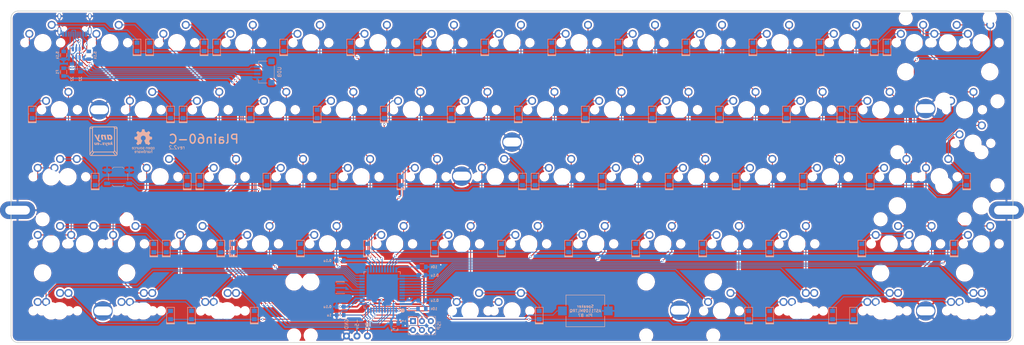
<source format=kicad_pcb>
(kicad_pcb (version 20221018) (generator pcbnew)
  (layers (0 "F.Cu" signal) (31 "B.Cu" signal) (34 "B.Paste" user) (35 "F.Paste" user) (36 "B.SilkS" user "B.Silkscreen") (37 "F.SilkS" user "F.Silkscreen") (38 "B.Mask" user) (39 "F.Mask" user) (44 "Edge.Cuts" user))
  (net 0 "")
  (net 1 "GND")
  (net 2 "VCC")
  (net 3 "row0")
  (net 4 "Net-(D1-Pad2)")
  (net 5 "Net-(D2-Pad2)")
  (net 6 "Net-(D3-Pad2)")
  (net 7 "Net-(D4-Pad2)")
  (net 8 "Net-(D5-Pad2)")
  (net 9 "Net-(D6-Pad2)")
  (net 10 "Net-(D7-Pad2)")
  (net 11 "Net-(D8-Pad2)")
  (net 12 "Net-(D9-Pad2)")
  (net 13 "Net-(D10-Pad2)")
  (net 14 "Net-(D11-Pad2)")
  (net 15 "Net-(D12-Pad2)")
  (net 16 "Net-(D13-Pad2)")
  (net 17 "Net-(D14-Pad2)")
  (net 18 "Net-(D15-Pad2)")
  (net 19 "Net-(D16-Pad2)")
  (net 20 "row1")
  (net 21 "Net-(D17-Pad2)")
  (net 22 "Net-(D18-Pad2)")
  (net 23 "Net-(D19-Pad2)")
  (net 24 "Net-(D20-Pad2)")
  (net 25 "Net-(D21-Pad2)")
  (net 26 "Net-(D22-Pad2)")
  (net 27 "Net-(D23-Pad2)")
  (net 28 "Net-(D24-Pad2)")
  (net 29 "Net-(D25-Pad2)")
  (net 30 "Net-(D26-Pad2)")
  (net 31 "Net-(D27-Pad2)")
  (net 32 "Net-(D28-Pad2)")
  (net 33 "Net-(D29-Pad2)")
  (net 34 "row2")
  (net 35 "Net-(D31-Pad2)")
  (net 36 "Net-(D32-Pad2)")
  (net 37 "Net-(D33-Pad2)")
  (net 38 "Net-(D34-Pad2)")
  (net 39 "Net-(D35-Pad2)")
  (net 40 "Net-(D36-Pad2)")
  (net 41 "Net-(D37-Pad2)")
  (net 42 "Net-(D38-Pad2)")
  (net 43 "Net-(D39-Pad2)")
  (net 44 "Net-(D40-Pad2)")
  (net 45 "Net-(D41-Pad2)")
  (net 46 "Net-(D42-Pad2)")
  (net 47 "Net-(D43-Pad2)")
  (net 48 "Net-(D44-Pad2)")
  (net 49 "row3")
  (net 50 "Net-(D46-Pad2)")
  (net 51 "Net-(D47-Pad2)")
  (net 52 "Net-(D48-Pad2)")
  (net 53 "Net-(D49-Pad2)")
  (net 54 "Net-(D50-Pad2)")
  (net 55 "Net-(D51-Pad2)")
  (net 56 "Net-(D52-Pad2)")
  (net 57 "Net-(D53-Pad2)")
  (net 58 "Net-(D54-Pad2)")
  (net 59 "Net-(D55-Pad2)")
  (net 60 "Net-(D56-Pad2)")
  (net 61 "Net-(D57-Pad2)")
  (net 62 "Net-(D58-Pad2)")
  (net 63 "Net-(D59-Pad2)")
  (net 64 "Net-(D61-Pad2)")
  (net 65 "row4")
  (net 66 "Net-(D62-Pad2)")
  (net 67 "Net-(D63-Pad2)")
  (net 68 "Net-(D67-Pad2)")
  (net 69 "Net-(D71-Pad2)")
  (net 70 "Net-(D72-Pad2)")
  (net 71 "Net-(D73-Pad2)")
  (net 72 "Net-(D74-Pad2)")
  (net 73 "Net-(J1-Pad4)")
  (net 74 "Net-(J1-Pad10)")
  (net 75 "col0")
  (net 76 "col1")
  (net 77 "col2")
  (net 78 "col3")
  (net 79 "col4")
  (net 80 "col5")
  (net 81 "col6")
  (net 82 "col7")
  (net 83 "col8")
  (net 84 "col9")
  (net 85 "col10")
  (net 86 "col11")
  (net 87 "col12")
  (net 88 "col13")
  (net 89 "col14")
  (net 90 "D-")
  (net 91 "D+")
  (net 92 "RST")
  (net 93 "Net-(R6-Pad2)")
  (net 94 "MISO")
  (net 95 "SCK")
  (net 96 "MOSI")
  (net 97 "Net-(H1-Pad1)")
  (net 98 "VBUS")
  (net 99 "Net-(R1-Pad1)")
  (net 100 "Net-(R1-Pad2)")
  (net 101 "Net-(R2-Pad2)")
  (net 102 "Net-(R2-Pad1)")
  (net 103 "Net-(U1-Pad16)")
  (net 104 "Net-(U1-Pad17)")
  (net 105 "Net-(LS1-Pad1)")
  (net 106 "Net-(C1-Pad1)")
  (footprint "Keeb_switches:CHERRY_PLATE_100H" (layer "F.Cu") (at 76.2 28.575)
    (fp_text reference "K19" hide)
    (fp_text value "KEYSW" hide)
  )
  (footprint "Keeb_switches:CHERRY_PLATE_100H" (layer "F.Cu") (at 95.25 28.575)
    (fp_text reference "K20" hide)
    (fp_text value "KEYSW" hide)
  )
  (footprint "Keeb_switches:CHERRY_PLATE_100H" (layer "F.Cu") (at 152.4 28.575)
    (fp_text reference "K23" hide)
    (fp_text value "KEYSW" hide)
  )
  (footprint "Keeb_switches:CHERRY_PLATE_100H" (layer "F.Cu") (at 171.45 28.575)
    (fp_text reference "K24" hide)
    (fp_text value "KEYSW" hide)
  )
  (footprint "Keeb_switches:CHERRY_PLATE_100H" (layer "F.Cu") (at 38.1 28.575)
    (fp_text reference "K17" hide)
    (fp_text value "KEYSW" hide)
  )
  (footprint "Keeb_switches:CHERRY_PLATE_100H" (layer "F.Cu") (at 133.35 28.575)
    (fp_text reference "K22" hide)
    (fp_text value "KEYSW" hide)
  )
  (footprint "Keeb_switches:CHERRY_PLATE_100H" (layer "F.Cu") (at 114.3 28.575)
    (fp_text reference "K21" hide)
    (fp_text value "KEYSW" hide)
  )
  (footprint "Keeb_switches:CHERRY_PLATE_100H" (layer "F.Cu") (at 57.15 28.575)
    (fp_text reference "K18" hide)
    (fp_text value "KEYSW" hide)
  )
  (footprint "Keeb_switches:CHERRY_PLATE_150H" (layer "F.Cu") (at 14.2875 28.575)
    (fp_text reference "K16" hide)
    (fp_text value "KEYSW" hide)
  )
  (footprint "Keeb_switches:CHERRY_PCB_200H" (layer "F.Cu") (at 266.7 9.525)
    (fp_text reference "K15" hide)
    (fp_text value "KEYSW" hide)
  )
  (footprint "Keeb_switches:CHERRY_PLATE_100H" (layer "F.Cu") (at 142.875 9.525)
    (fp_text reference "K8" hide)
    (fp_text value "KEYSW" hide)
  )
  (footprint "Keeb_switches:CHERRY_PLATE_100H" (layer "F.Cu") (at 180.975 9.525)
    (fp_text reference "K10" hide)
    (fp_text value "KEYSW" hide)
  )
  (footprint "Keeb_switches:CHERRY_PLATE_100H" (layer "F.Cu") (at 257.175 9.525)
    (fp_text reference "K14" hide)
    (fp_text value "KEYSW" hide)
  )
  (footprint "Keeb_switches:CHERRY_PLATE_100H" (layer "F.Cu") (at 85.725 9.525)
    (fp_text reference "K5" hide)
    (fp_text value "KEYSW" hide)
  )
  (footprint "Keeb_switches:CHERRY_PLATE_100H" (layer "F.Cu") (at 238.125 9.525)
    (fp_text reference "K13" hide)
    (fp_text value "KEYSW" hide)
  )
  (footprint "Keeb_switches:CHERRY_PLATE_100H" (layer "F.Cu") (at 219.075 9.525)
    (fp_text reference "K12" hide)
    (fp_text value "KEYSW" hide)
  )
  (footprint "Keeb_switches:CHERRY_PLATE_100H" (layer "F.Cu") (at 200.025 9.525)
    (fp_text reference "K11" hide)
    (fp_text value "KEYSW" hide)
  )
  (footprint "Keeb_switches:CHERRY_PLATE_100H" (layer "F.Cu") (at 161.925 9.525)
    (fp_text reference "K9" hide)
    (fp_text value "KEYSW" hide)
  )
  (footprint "Keeb_switches:CHERRY_PLATE_100H" (layer "F.Cu") (at 123.825 9.525)
    (fp_text reference "K7" hide)
    (fp_text value "KEYSW" hide)
  )
  (footprint "Keeb_switches:CHERRY_PLATE_100H" (layer "F.Cu") (at 104.775 9.525)
    (fp_text reference "K6" hide)
    (fp_text value "KEYSW" hide)
  )
  (footprint "Keeb_switches:CHERRY_PLATE_100H" (layer "F.Cu") (at 66.675 9.525)
    (fp_text reference "K4" hide)
    (fp_text value "KEYSW" hide)
  )
  (footprint "Keeb_switches:CHERRY_PLATE_100H" (layer "F.Cu") (at 28.575 9.525)
    (fp_text reference "K2" hide)
    (fp_text value "KEYSW" hide)
  )
  (footprint "Keeb_switches:CHERRY_PLATE_100H" (layer "F.Cu") (at 9.525 9.525)
    (fp_text reference "K1" hide)
    (fp_text value "KEYSW" hide)
  )
  (footprint "Keeb_switches:CHERRY_PLATE_100H" (layer "F.Cu") (at 47.625 9.525)
    (fp_text reference "K3" hide)
    (fp_text value "KEYSW" hide)
  )
  (footprint "Keeb_switches:CHERRY_PLATE_100H" (layer "F.Cu") (at 38.1 85.725)
    (fp_text reference "K62-1" hide)
    (fp_text value "KEYSW" hide)
  )
  (footprint "Keeb_switches:CHERRY_PLATE_125H" (layer "F.Cu") (at 202.40625 85.725)
    (fp_text reference "K71" hide)
    (fp_text value "KEYSW" hide)
  )
  (footprint "Keeb_switches:CHERRY_PLATE_100H" (layer "F.Cu") (at 147.6375 66.675)
    (fp_text reference "K53" hide)
    (fp_text value "KEYSW" hide)
  )
  (footprint "Keeb_switches:CHERRY_PLATE_175H" (layer "F.Cu") (at 250.03146 66.675056)
    (fp_text reference "K58-1" hide)
    (fp_text value "KEYSW" hide)
  )
  (footprint "Keeb_switches:CHERRY_PLATE_125H" (layer "F.Cu") (at 11.90625 47.625)
    (fp_text reference "K31-1" hide)
    (fp_text value "KEYSW" hide)
  )
  (footprint "Keeb_switches:CHERRY_PLATE_100H" (layer "F.Cu") (at 223.8375 66.675)
    (fp_text reference "K57" hide)
    (fp_text value "KEYSW" hide)
  )
  (footprint "Keeb_switches:CHERRY_PLATE_100H" (layer "F.Cu") (at 166.6875 66.675)
    (fp_text reference "K54" hide)
    (fp_text value "KEYSW" hide)
  )
  (footprint "Keeb_switches:CHERRY_PLATE_100H" (layer "F.Cu") (at 204.7875 66.675)
    (fp_text reference "K56" hide)
    (fp_text value "KEYSW" hide)
  )
  (footprint "Keeb_switches:CHERRY_PLATE_100H" (layer "F.Cu") (at 128.5875 66.675)
    (fp_text reference "K52" hide)
    (fp_text value "KEYSW" hide)
  )
  (footprint "Keeb_switches:CHERRY_PLATE_100H" (layer "F.Cu") (at 185.7375 66.675)
    (fp_text reference "K55" hide)
    (fp_text value "KEYSW" hide)
  )
  (footprint "Keeb_switches:CHERRY_PLATE_150H" (layer "F.Cu") (at 14.2875 85.725)
    (fp_text reference "K61-1" hide)
    (fp_text value "KEYSW" hide)
  )
  (footprint "Keeb_switches:CHERRY_PLATE_125H" (layer "F.Cu") (at 11.90625 66.675)
    (fp_text reference "K46-1" hide)
    (fp_text value "KEYSW" hide)
  )
  (footprint "Keeb_switches:CHERRY_PLATE_100H" (layer "F.Cu") (at 276.225 9.525)
    (fp_text reference "K15-1" hide)
    (fp_text value "KEYSW" hide)
  )
  (footprint "Keeb_switches:CHERRY_PLATE_125H" (layer "F.Cu") (at 273.84375 85.725072)
    (fp_text reference "K74" hide)
    (fp_text value "KEYSW" hide)
  )
  (footprint "Keeb_switches:CHERRY_PLATE_125H" (layer "F.Cu") (at 250.03125 85.725)
    (fp_text reference "K73" hide)
    (fp_text value "KEYSW" hide)
  )
  (footprint "Keeb_switches:CHERRY_PLATE_100H" (layer "F.Cu") (at 247.65 28.575)
    (fp_text reference "K28" hide)
    (fp_text value "KEYSW" hide)
  )
  (footprint "Keeb_switches:CHERRY_PLATE_100H" (layer "F.Cu") (at 52.3875 66.675)
    (fp_text reference "K48" hide)
    (fp_text value "KEYSW" hide)
  )
  (footprint "Keeb_switches:CHERRY_PLATE_100H" (layer "F.Cu") (at 190.5 28.575)
    (fp_text reference "K25" hide)
    (fp_text value "KEYSW" hide)
  )
  (footprint "Keeb_switches:CHERRY_PLATE_100H" (layer "F.Cu") (at 119.0625 47.625)
    (fp_text reference "K36" hide)
    (fp_text value "KEYSW" hide)
  )
  (footprint "Keeb_switches:CHERRY_PLATE_100H" (layer "F.Cu") (at 61.9125 47.625)
    (fp_text reference "K33" hide)
    (fp_text value "KEYSW" hide)
  )
  (footprint "Keeb_switches:CHERRY_PLATE_125H" (layer "F.Cu") (at 59.53125 85.725)
    (fp_text reference "K63" hide)
    (fp_text value "KEYSW" hide)
  )
  (footprint "Keeb_switches:CHERRY_PCB_225H" (layer "F.Cu") (at 264.31875 47.625)
    (fp_text reference "K44" hide)
    (fp_text value "KEYSW" hide)
  )
  (footprint "Keeb_switches:CHERRY_PLATE_125H" (layer "F.Cu") (at 226.21875 85.725)
    (fp_text reference "K72" hide)
    (fp_text value "KEYSW" hide)
  )
  (footprint "Keeb_switches:CHERRY_PLATE_100H" (layer "F.Cu") (at 276.225 66.675)
    (fp_text reference "K59" hide)
    (fp_text value "KEYSW" hide)
  )
  (footprint "Keeb_switches:CHERRY_PLATE_100H" (layer "F.Cu") (at 176.2125 47.625)
    (fp_text reference "K39" hide)
    (fp_text value "KEYSW" hide)
  )
  (footprint "Keeb_switches:CHERRY_PLATE_125H" (layer "F.Cu") (at 11.90625 85.725)
    (fp_text reference "K61" hide)
    (fp_text value "KEYSW" hide)
  )
  (footprint "Keeb_switches:CHERRY_PLATE_150H" (layer "F.Cu") (at 271.4625 28.575)
    (fp_text reference "K29" hide)
    (fp_text value "KEYSW" hide)
  )
  (footprint "Keeb_switches:CHERRY_PLATE_100H" (layer "F.Cu") (at 228.6 28.575)
    (fp_text reference "K27" hide)
    (fp_text value "KEYSW" hide)
  )
  (footprint "Keeb_switches:CHERRY_PLATE_150H" (layer "F.Cu") (at 61.9125 85.725)
    (fp_text reference "K63-1" hide)
    (fp_text value "KEYSW" hide)
  )
  (footprint "Keeb_switches:CHERRY_PLATE_100H" (layer "F.Cu") (at 90.4875 66.675)
    (fp_text reference "K50" hide)
    (fp_text value "KEYSW" hide)
  )
  (footprint "Keeb_switches:CHERRY_PLATE_100H" (layer "F.Cu") (at 80.9625 47.625)
    (fp_text reference "K34" hide)
    (fp_text value "KEYSW" hide)
  )
  (footprint "Keeb_switches:CHERRY_PLATE_100H" (layer "F.Cu") (at 33.3375 66.675)
    (fp_text reference "K47" hide)
    (fp_text value "KEYSW" hide)
  )
  (footprint "Keeb_switches:CHERRY_PLATE_100H" (layer "F.Cu") (at 252.4125 47.625)
    (fp_text reference "K43" hide)
    (fp_text value "KEYSW" hide)
  )
  (footprint "Keeb_switches:CHERRY_PLATE_100H" (layer "F.Cu") (at 157.1625 47.625)
    (fp_text reference "K38" hide)
    (fp_text value "KEYSW" hide)
  )
  (footprint "Keeb_switches:CHERRY_PLATE_100H" (layer "F.Cu") (at 100.0125 47.625)
    (fp_text reference "K35" hide)
    (fp_text value "KEYSW" hide)
  )
  (footprint "Keeb_switches:CHERRY_PLATE_100H" (layer "F.Cu") (at 42.8625 47.625)
    (fp_text reference "K32" hide)
    (fp_text value "KEYSW" hide)
  )
  (footprint "Keeb_switches:CHERRY_PLATE_100H" (layer "F.Cu") (at 195.2625 47.625)
    (fp_text reference "K40" hide)
    (fp_text value "KEYSW" hide)
  )
  (footprint "Keeb_switches:CHERRY_PCB_225H" (layer "F.Cu") (at 21.43125 66.675)
    (fp_text reference "K46" hide)
    (fp_text value "KEYSW" hide)
  )
  (footprint "Keeb_switches:CHERRY_PLATE_100H" (layer "F.Cu") (at 233.3625 47.625)
    (fp_text reference "K42" hide)
    (fp_text value "KEYSW" hide)
  )
  (footprint "Keeb_switches:CHERRY_PLATE_100H" (layer "F.Cu") (at 214.3125 47.625)
    (fp_text reference "K41" hide)
    (fp_text value "KEYSW" hide)
  )
  (footprint "Keeb_switches:CHERRY_PLATE_100H" (layer "F.Cu") (at 209.55 28.575)
    (fp_text reference "K26" hide)
    (fp_text value "KEYSW" hide)
  )
  (footprint "Keeb_switches:CHERRY_PLATE_100H" (layer "F.Cu") (at 138.1125 47.625)
    (fp_text reference "K37" hide)
    (fp_text value "KEYSW" hide)
  )
  (footprint "Keeb_switches:CHERRY_PLATE_175H" (layer "F.Cu") (at 16.66875 47.625)
    (fp_text reference "K31" hide)
    (fp_text value "KEYSW" hide)
  )
  (footprint "Keeb_switches:CHERRY_PLATE_100H" (layer "F.Cu") (at 109.5375 66.675)
    (fp_text reference "K51" hide)
    (fp_text value "KEYSW" hide)
  )
  (footprint "Keeb_switches:CHERRY_PLATE_100H" (layer "F.Cu") (at 247.65 85.725)
    (fp_text reference "K73-1" hide)
    (fp_text value "KEYSW" hide)
  )
  (footprint "Keeb_switches:CHERRY_PLATE_125H" (layer "F.Cu") (at 35.71875 85.725)
    (fp_text reference "K62" hide)
    (fp_text value "KEYSW" hide)
  )
  (footprint "Keeb_switches:CHERRY_PLATE_100H" (layer "F.Cu") (at 71.4375 66.675)
    (fp_text reference "K49" hide)
    (fp_text value "KEYSW" hide)
  )
  (footprint "Keeb_switches:CHERRY_PLATE_150H" (layer "F.Cu") (at 223.8375 85.725)
    (fp_text reference "K72-1" hide)
    (fp_text value "KEYSW" hide)
  )
  (footprint "Keeb_switches:CHERRY_PLATE_150H" (layer "F.Cu") (at 271.462728 85.725072)
    (fp_text reference "K74-1" hide)
    (fp_text value "KEYSW" hide)
  )
  (footprint "footprints:10x5_7x2.5mm" (layer "F.Cu") (at 2.381252 57.125)
    (fp_text reference "S4" hide)
    (fp_text value "Screw")
  )
  (footprint "footprints:10x5_7x2.5mm" (layer "F.Cu") (at 283.368988 57.125)
    (fp_text reference "S5" hide)
    (fp_text value "Screw")
  )
  (footprint "Keeb_switches:CHERRY_PCB_275H" (layer "F.Cu") (at 259.556468 66.675)
    (fp_text reference "K58" hide)
    (fp_text value "KEYSW" hide)
  )
  (footprint "Keeb_switches:CHERRY_PCB_625H_F" (layer "F.Cu") (at 130.96875 85.725)
    (fp_text reference "K67" hide)
    (fp_text value "KEYSW" hide)
  )
  (footprint "footprints:5.5_5x2.5mm" (layer "F.Cu") (at 26.625 85.725072)
    (fp_text reference "S8" hide)
    (fp_text value "Tofu screw")
  )
  (footprint "footprints:5.5_5x2.5mm" (layer "F.Cu") (at 142.875 37.75)
    (fp_text reference "S7" hide)
    (fp_text value "Tofu screw")
  )
  (footprint "footprints:5.5_5x2.5mm" (layer "F.Cu") (at 260.43 85.725072)
    (fp_text reference "S9" hide)
    (fp_text value "Tofu screw")
  )
  (footprint "footprints:5.5_5x2.5mm" (layer "F.Cu") (at 260.425 28.22705)
    (fp_text reference "S2" hide)
    (fp_text value "Screw")
  )
  (footprint "footprints:5.5_5x2.5mm" (layer "F.Cu") (at 25.6 28.575024)
    (fp_text reference "S1" hide)
    (fp_text value "Screw")
  )
  (footprint "footprints:5.5_5x2.5mm" (layer "F.Cu") (at 128.587608 47.42504)
    (fp_text reference "S3" hide)
    (fp_text value "Screw")
  )
  (footprint "footprints:5.5_5x2.5mm" (layer "F.Cu") (at 190.50016 85.525)
    (fp_text reference "S6" hide)
    (fp_text value "Screw")
  )
  (footprint "Keeb_switches:CHERRY_PCB_700H_F" (layer "F.Cu") (at 142.875 85.725)
    (fp_text reference "K67-1" hide)
    (fp_text value "KEYSW" hide)
  )
  (footprint "Keeb_switches:CHERRY_PCB_200H_V" (layer "F.Cu") (at 273.84398 38.1)
    (fp_text reference "K44-1" hide)
    (fp_text value "KEYSW" hide)
  )
  (footprint "Keeb_components:D_0805" (layer "B.Cu") (at 239.911139 86.915698 90)
    (fp_text reference "D73")
    (fp_text value "D" hide)
  )
  (footprint "Keeb_components:D_0805" (layer "B.Cu") (at 216.098619 86.915698 90)
    (fp_text reference "D72")
    (fp_text value "D" hide)
  )
  (footprint "Keeb_components:D_0805" (layer "B.Cu") (at 210.145489 86.915698 90)
    (fp_text reference "D71")
    (fp_text value "D" hide)
  )
  (footprint "Keeb_components:D_0805" (layer "B.Cu") (at 150.614189 86.915698 90)
    (fp_text reference "D67")
    (fp_text value "D" hide)
  )
  (footprint "Keeb_components:D_0805" (layer "B.Cu") (at 69.651621 86.915698 90)
    (fp_text reference "D63")
    (fp_text value "D" hide)
  )
  (footprint "Keeb_components:D_0805" (layer "B.Cu") (at 268.486163 67.865682 90)
    (fp_text reference "D59")
    (fp_text value "D" hide)
  )
  (footprint "Keeb_components:D_0805" (layer "B.Cu") (at 242.292391 67.865682 90)
    (fp_text reference "D58")
    (fp_text value "D" hide)
  )
  (footprint "Keeb_components:D_0805" (layer "B.Cu") (at 216.098619 67.865682 90)
    (fp_text reference "D57")
    (fp_text value "D" hide)
  )
  (footprint "Keeb_components:D_0805" (layer "B.Cu") (at 197.048603 67.865682 90)
    (fp_text reference "D56")
    (fp_text value "D" hide)
  )
  (footprint "Keeb_components:D_0805" (layer "B.Cu") (at 139.898555 67.865682 90)
    (fp_text reference "D53")
    (fp_text value "D" hide)
  )
  (footprint "Keeb_components:D_0805" (layer "B.Cu") (at 101.798523 67.865682 90)
    (fp_text reference "D51")
    (fp_text value "D" hide)
  )
  (footprint "Keeb_components:D_0805" (layer "B.Cu") (at 82.748507 67.865682 90)
    (fp_text reference "D50")
    (fp_text value "D" hide)
  )
  (footprint "Keeb_components:D_0805" (layer "B.Cu") (at 220.861123 29.76565 90)
    (fp_text reference "D27")
    (fp_text value "D" hide)
  )
  (footprint "Keeb_components:D_0805" (layer "B.Cu") (at 225.623627 48.815666 90)
    (fp_text reference "D42")
    (fp_text value "D" hide)
  )
  (footprint "Keeb_components:D_0805" (layer "B.Cu") (at 49.410979 29.76565 90)
    (fp_text reference "D18")
    (fp_text value "D" hide)
  )
  (footprint "Keeb_components:D_0805" (layer "B.Cu") (at 182.761091 29.76565 90)
    (fp_text reference "D25")
    (fp_text value "D" hide)
  )
  (footprint "Keeb_components:D_0805" (layer "B.Cu") (at 206.573611 48.815666 90)
    (fp_text reference "D41")
    (fp_text value "D" hide)
  )
  (footprint "Keeb_components:D_0805" (layer "B.Cu") (at 111.323531 48.815666 90)
    (fp_text reference "D36")
    (fp_text value "D" hide)
  )
  (footprint "Keeb_components:D_0805" (layer "B.Cu") (at 24.407833 48.815666 90)
    (fp_text reference "D31")
    (fp_text value "D" hide)
  )
  (footprint "Keeb_components:D_0805" (layer "B.Cu") (at 187.523595 48.815666 90)
    (fp_text reference "D40")
    (fp_text value "D" hide)
  )
  (footprint "Keeb_components:D_0805" (layer "B.Cu") (at 145.851685 48.815666 90)
    (fp_text reference "D37")
    (fp_text value "D" hide)
  )
  (footprint "Keeb_components:D_0805" (layer "B.Cu") (at 50.601605 48.815666 90)
    (fp_text reference "D32")
    (fp_text value "D" hide)
  )
  (footprint "Keeb_components:D_0805" (layer "B.Cu") (at 73.223499 48.815666 90)
    (fp_text reference "D34")
    (fp_text value "D" hide)
  )
  (footprint "Keeb_components:D_0805" (layer "B.Cu") (at 106.561027 29.76565 90)
    (fp_text reference "D21")
    (fp_text value "D" hide)
  )
  (footprint "Keeb_components:D_0805" (layer "B.Cu") (at 201.811107 29.76565 90)
    (fp_text reference "D26")
    (fp_text value "D" hide)
  )
  (footprint "Keeb_components:D_0805" (layer "B.Cu") (at 125.611043 29.76565 90)
    (fp_text reference "D22")
    (fp_text value "D" hide)
  )
  (footprint "Keeb_components:D_0805" (layer "B.Cu") (at 163.711075 29.76565 90)
    (fp_text reference "D24")
    (fp_text value "D" hide)
  )
  (footprint "Keeb_components:D_0805" (layer "B.Cu") (at 244.673643 48.815666 90)
    (fp_text reference "D43")
    (fp_text value "D" hide)
  )
  (footprint "Keeb_components:D_0805" (layer "B.Cu") (at 149.423563 48.815666 90)
    (fp_text reference "D38")
    (fp_text value "D" hide)
  )
  (footprint "Keeb_components:D_0805" (layer "B.Cu") (at 92.273515 48.815666 90)
    (fp_text reference "D35")
    (fp_text value "D" hide)
  )
  (footprint "Keeb_components:D_0805" (layer "B.Cu") (at 60.126613 67.865682 90)
    (fp_text reference "D48")
    (fp_text value "D" hide)
  )
  (footprint "Keeb_components:D_0805" (layer "B.Cu") (at 158.948571 67.865682 90)
    (fp_text reference "D54")
    (fp_text value "D" hide)
  )
  (footprint "Keeb_components:D_0805" (layer "B.Cu") (at 272.058041 48.815666 90)
    (fp_text reference "D44")
    (fp_text value "D" hide)
  )
  (footprint "Keeb_components:D_0805" (layer "B.Cu") (at 51.792231 86.915698 90)
    (fp_text reference "D62")
    (fp_text value "D" hide)
  )
  (footprint "Keeb_components:D_0805" (layer "B.Cu") (at 168.473579 48.815666 90)
    (fp_text reference "D39")
    (fp_text value "D" hide)
  )
  (footprint "Keeb_components:D_0805" (layer "B.Cu") (at 87.511011 29.76565 90)
    (fp_text reference "D20")
    (fp_text value "D" hide)
  )
  (footprint "Keeb_components:D_0805" (layer "B.Cu") (at 239.911139 29.76565 90)
    (fp_text reference "D28")
    (fp_text value "D" hide)
  )
  (footprint "Keeb_components:D_0805" (layer "B.Cu") (at 54.173483 48.815666 90)
    (fp_text reference "D33")
    (fp_text value "D" hide)
  )
  (footprint "Keeb_components:D_0805" (layer "B.Cu") (at 144.661059 29.76565 90)
    (fp_text reference "D23")
    (fp_text value "D" hide)
  )
  (footprint "Keeb_components:D_0805" (layer "B.Cu") (at 177.998587 67.865682 90)
    (fp_text reference "D55")
    (fp_text value "D" hide)
  )
  (footprint "Keeb_components:D_0805" (layer "B.Cu") (at 120.848539 67.865682 90)
    (fp_text reference "D52")
    (fp_text value "D" hide)
  )
  (footprint "Keeb_components:D_0805" (layer "B.Cu") (at 68.460995 29.76565 90)
    (fp_text reference "D19")
    (fp_text value "D" hide)
  )
  (footprint "Keeb_components:ATMEGA32U4" (layer "B.Cu") (at 105.965714 79.771942 90)
    (fp_text reference "U1")
    (fp_text value "ATmega32U4")
  )
  (footprint "Keeb_components:Resonator_SMD_muRata_CSTNExxV-3Pin-p1.2" (layer "B.Cu") (at 94.059454 79.176629 -90)
    (fp_text reference "X1" hide)
    (fp_text value "XTAL_GND")
  )
  (footprint "Button_Switch_SMD:SW_SPST_TL3342" (layer "B.Cu") (at 30.956276 47.62504 180)
    (fp_text reference "SW1" hide)
    (fp_text value "SW_PUSH" hide)
  )
  (footprint "Keeb_components:R_0805" (layer "B.Cu") (at 117.276661 73.223499 180)
    (fp_text reference "R6" hide)
    (fp_text value "10k")
  )
  (footprint "Keeb_components:D_0805" (layer "B.Cu") (at 173.236083 10.715634 90)
    (fp_text reference "D10")
    (fp_text value "D" hide)
  )
  (footprint "Keeb_components:D_0805" (layer "B.Cu") (at 249.436147 10.715634 90)
    (fp_text reference "D14")
    (fp_text value "D" hide)
  )
  (footprint "Keeb_components:D_0805" (layer "B.Cu") (at 154.186067 10.715634 90)
    (fp_text reference "D9")
    (fp_text value "D" hide)
  )
  (footprint "Keeb_components:D_0805" (layer "B.Cu") (at 230.386131 10.715634 90)
    (fp_text reference "D13")
    (fp_text value "D" hide)
  )
  (footprint "Keeb_components:D_0805" (layer "B.Cu") (at 192.286099 10.715634 90)
    (fp_text reference "D11")
    (fp_text value "D" hide)
  )
  (footprint "Keeb_components:D_0805" (layer "B.Cu") (at 245.864269 10.715634 90)
    (fp_text reference "D15")
    (fp_text value "D" hide)
  )
  (footprint "Keeb_components:D_0805" (layer "B.Cu") (at 45.839101 29.76565 90)
    (fp_text reference "D17")
    (fp_text value "D" hide)
  )
  (footprint "Keeb_components:D_0805" (layer "B.Cu") (at 6.548443 29.76565 90)
    (fp_text reference "D16")
    (fp_text value "D" hide)
  )
  (footprint "Keeb_components:D_0805" (layer "B.Cu") (at 211.336115 10.715634 90)
    (fp_text reference "D12")
    (fp_text value "D" hide)
  )
  (footprint "Keeb_components:D_0805" (layer "B.Cu") (at 116.086035 10.715634 90)
    (fp_text reference "D7")
    (fp_text value "D" hide)
  )
  (footprint "Keeb_components:D_0805" (layer "B.Cu") (at 55.364109 10.715634 90)
    (fp_text reference "D3")
    (fp_text value "D" hide)
  )
  (footprint "Keeb_components:D_0805" (layer "B.Cu") (at 77.986003 10.715634 90)
    (fp_text reference "D5")
    (fp_text value "D" hide)
  )
  (footprint "Keeb_components:D_0805" (layer "B.Cu") (at 135.136051 10.715634 90)
    (fp_text reference "D8")
    (fp_text value "D" hide)
  )
  (footprint "Keeb_components:D_0805" (layer "B.Cu") (at 97.036019 10.715634 90)
    (fp_text reference "D6")
    (fp_text value "D" hide)
  )
  (footprint "Keeb_components:D_0805" (layer "B.Cu") (at 58.935987 10.715634 90)
    (fp_text reference "D4")
    (fp_text value "D" hide)
  )
  (footprint "footprints:oshw" (layer "B.Cu") (at 38.100032 37.504719 180)
    (fp_text reference "G***" hide)
    (fp_text value "LOGO" hide)
  )
  (footprint "footprints:free_pin" (layer "B.Cu") (at 98.821958 92.868828 -90)
    (fp_text reference "H4" hide)
    (fp_text value "+5v")
  )
  (footprint "footprints:free_pin" (layer "B.Cu") (at 101.798523 92.868828 -90)
    (fp_text reference "H1" hide)
    (fp_text value "B0")
  )
  (footprint "Keeb_components:D_0805" (layer "B.Cu") (at 233.958009 86.915698 90)
    (fp_text reference "D74")
    (fp_text value "D" hide)
  )
  (footprint "Keeb_components:R_0805" (layer "B.Cu") (at 17.85939 16.668764 90)
    (fp_text reference "R1" hide)
    (fp_text value "22")
  )
  (footprint "Keeb_components:HRO-TYPE-C-31-M-12" (layer "B.Cu") (at 18.568 -0.62)
    (fp_text reference "J1")
    (fp_text value "HRO-TYPE-C-31-M-12")
  )
  (footprint "Keeb_components:D_0805" (layer "B.Cu") (at 63.698491 67.865682 90)
    (fp_text reference "D49")
    (fp_text value "D" hide)
  )
  (footprint "Keeb_components:C_0805" (layer "B.Cu") (at 117.276661 82.748507 180)
    (fp_text reference "C4")
    (fp_text value "0.1u")
  )
  (footprint "Keeb_components:C_0805" (layer "B.Cu") (at 117.276661 75.604751 180)
    (fp_text reference "C5")
    (fp_text value "0.1u")
  )
  (footprint "Keeb_components:D_0805" (layer "B.Cu") (at 41.076597 67.865682 90)
    (fp_text reference "D46")
    (fp_text value "D" hide)
  )
  (footprint "Keeb_components:D_0805" (layer "B.Cu") (at 236.339261 29.76565 90)
    (fp_text reference "D29")
    (fp_text value "D" hide)
  )
  (footprint "Keeb_components:R_0805" (layer "B.Cu") (at 15.478138 17.85939 90)
    (fp_text reference "F1")
    (fp_text value "Polyfuse" hide)
  )
  (footprint "Keeb_components:D_0805" (layer "B.Cu") (at 36.314093 10.715634 90)
    (fp_text reference "D1")
    (fp_text value "D" hide)
  )
  (footprint "Keeb_components:D_0805" (layer "B.Cu") (at 44.648475 67.865682 90)
    (fp_text reference "D47")
    (fp_text value "D" hide)
  )
  (footprint "Keeb_components:R_0805" (layer "B.Cu") (at 20.240642 16.668764 -90)
    (fp_text reference "R2" hide)
    (fp_text value "22")
  )
  (footprint "Keeb_components:C_0805" (layer "B.Cu") (at 94.059454 86.915698 180)
    (fp_text reference "C1")
    (fp_text value "1u")
  )
  (footprint "Keeb_components:C_0805" (layer "B.Cu") (at 94.059454 84.534446)
    (fp_text reference "C2")
    (fp_text value "0.1u")
  )
  (footprint "Keeb_components:R_0805" (layer "B.Cu") (at 117.276661 85.129759)
    (fp_text reference "R5" hide)
    (fp_text value "10k")
  )
  (footprint "Keeb_components:R_0805" (layer "B.Cu") (at 22.621894 13.096886 -90)
    (fp_text reference "R4" hide)
    (fp_text value "5.1k")
  )
  (footprint "Keeb_components:D_0805" (layer "B.Cu") (at 39.885971 10.715634 90)
    (fp_text reference "D2")
    (fp_text value "D" hide)
  )
  (footprint "Keeb_components:D_0805" (layer "B.Cu") (at 45.839101 86.915698 90)
    (fp_text reference "D61")
    (fp_text value "D" hide)
  )
  (footprint "Keeb_components:USBLC6-2SC6" (layer "B.Cu") (at 19.050016 12.501573)
    (fp_text reference "U2" hide)
    (fp_text value "USBLC6-2SC6")
  )
  (footprint "footprints:free_pin" (layer "B.Cu") (at 95.845393 92.868828 -90)
    (fp_text reference "H3" hide)
    (fp_text value "GND")
  )
  (footprint "Keeb_components:isp_standard" (layer "B.Cu") (at 117.276661 89.892263 -90)
    (fp_text reference "J2" hide)
    (fp_text value "ISP")
  )
  (footprint "Keeb_components:R_0805" (layer "B.Cu") (at 15.478138 13.096886 90)
    (fp_text reference "R3" hide)
    (fp_text value "5.1k")
  )
  (footprint "Keeb_components:logo_new" (layer "B.Cu") (at 26.789085 37.504719 180)
    (fp_text reference "G***" hide)
    (fp_text value "LOGO" hide)
  )
  (footprint "Keeb_components:JST_SH_SM04B-SRSS-TB_1x04-1MP_P1.00mm_Horizontal" (layer "B.Cu") (at 72.628186 17.85939 -90)
    (fp_text reference "J3" hide)
    (fp_text value "ai03_ud" hide)
  )
  (footprint "Keeb_components:speaker_AST1109MLTRQ" (layer "B.Cu") (at 163.711075 85.725072)
    (fp_text reference "LS1" hide)
    (fp_text value "Speaker")
  )
  (footprint "Keeb_components:C_0805" (layer "B.Cu") (at 109.537592 89.29695 180)
    (fp_text reference "C6")
    (fp_text value "4.7u")
  )
  (footprint "Keeb_components:C_0805" (layer "B.Cu") (at 94.059454 71.43756)
    (fp_text reference "C3")
    (fp_text value "0.1u")
  )
  (gr_line (start 283.225 0.525) (end 2.525 0.525) (stroke (width 0.2)) (layer "Edge.Cuts"))
  (gr_arc (start 0.525 2.525) (mid 1.110786 1.110786) (end 2.525 0.525) (stroke (width 0.2)) (layer "Edge.Cuts"))
  (gr_arc (start 285.225 92.725064) (mid 284.639214 94.139278) (end 283.225 94.725064) (stroke (width 0.2)) (layer "Edge.Cuts"))
  (gr_line (start 2.525 94.725064) (end 283.225 94.725064) (stroke (width 0.2)) (layer "Edge.Cuts"))
  (gr_line (start 0.525 2.525) (end 0.525 92.725064) (stroke (width 0.2)) (layer "Edge.Cuts"))
  (gr_arc (start 283.225 0.525) (mid 284.639214 1.110786) (end 285.225 2.525) (stroke (width 0.2)) (layer "Edge.Cuts"))
  (gr_arc (start 2.525 94.725064) (mid 1.110786 94.139278) (end 0.525 92.725064) (stroke (width 0.2)) (layer "Edge.Cuts"))
  (gr_line (start 285.225 92.725064) (end 285.225 2.525) (stroke (width 0.2)) (layer "Edge.Cuts"))
  (gr_text "rev2.2" (at 47.62504 39.290658) (layer "B.SilkS") (effects (font (size 1 1)) (justify mirror)))
  (gr_text "Plain60-C" (at 65.48443 36.909406) (layer "B.SilkS") (effects (font (size 2.5 2.5) (thickness 0.4)) (justify left mirror)))
  (gr_text "UDB" (at 76.795377 17.85939 90) (layer "B.SilkS") (effects (font (size 1 1)) (justify mirror)))
  (gr_text "Speaker\nAST1109MLTRQ\nPin B7" (at 163.711075 85.725072) (layer "B.SilkS") (effects (font (size 0.8 0.8)) (justify mirror)))
  (segment (start 14.248 6.11) (end 14.248 1.93) (width 0.25) (layer "F.Cu") (net 1))
  (segment (start 22.888 1.93) (end 22.888 6.11) (width 0.25) (layer "F.Cu") (net 1))
  (via (at 113.704783 82.153194) (size 0.6) (drill 0.4) (layers "F.Cu" "B.Cu") (net 1))
  (via (at 97.631332 81.557881) (size 0.6) (drill 0.4) (layers "F.Cu" "B.Cu") (net 1))
  (via (at 112.514157 89.892263) (size 0.6) (drill 0.4) (layers "F.Cu" "B.Cu") (net 1))
  (via (at 122.634478 72.628186) (size 0.6) (drill 0.4) (layers "F.Cu" "B.Cu") (net 1))
  (via (at 105.965714 83.34382) (size 0.6) (drill 0.4) (layers "F.Cu" "B.Cu") (net 1))
  (segment (start 111.665714 82.971942) (end 112.886035 82.971942) (width 0.25) (layer "B.Cu") (net 1))
  (segment (start 122.039165 73.223499) (end 122.634478 72.628186) (width 0.25) (layer "B.Cu") (net 1))
  (segment (start 112.514157 89.892263) (end 118.546661 89.892263) (width 0.25) (layer "B.Cu") (net 1))
  (segment (start 101.965714 74.071942) (end 101.965714 80.795377) (width 0.25) (layer "B.Cu") (net 1))
  (segment (start 15.343 7.025) (end 15.163 7.025) (width 0.25) (layer "B.Cu") (net 1))
  (segment (start 17.098452 12.726572) (end 15.628138 14.196886) (width 0.25) (layer "B.Cu") (net 1))
  (segment (start 101.389149 81.371942) (end 101.798523 80.962568) (width 0.25) (layer "B.Cu") (net 1))
  (segment (start 112.886035 82.971942) (end 113.704783 82.153194) (width 0.25) (layer "B.Cu") (net 1))
  (segment (start 100.265714 81.371942) (end 101.389149 81.371942) (width 0.25) (layer "B.Cu") (net 1))
  (segment (start 110.132905 82.439133) (end 110.665714 82.971942) (width 0.25) (layer "B.Cu") (net 1))
  (segment (start 23.27 6.11) (end 23.09 6.11) (width 0.25) (layer "B.Cu") (net 1))
  (segment (start 100.265714 81.371942) (end 97.817271 81.371942) (width 0.25) (layer "B.Cu") (net 1))
  (segment (start 110.132905 77.104751) (end 110.132905 82.439133) (width 0.25) (layer "B.Cu") (net 1))
  (segment (start 14.248 1.93) (end 22.888 1.93) (width 0.25) (layer "B.Cu") (net 1))
  (segment (start 101.965714 80.795377) (end 101.798523 80.962568) (width 0.25) (layer "B.Cu") (net 1))
  (segment (start 15.628138 14.196886) (end 15.478138 14.196886) (width 0.25) (layer "B.Cu") (net 1))
  (segment (start 118.376661 73.223499) (end 122.039165 73.223499) (width 0.25) (layer "B.Cu") (net 1))
  (segment (start 15.163 7.025) (end 14.248 6.11) (width 0.25) (layer "B.Cu") (net 1))
  (segment (start 110.537592 89.29695) (end 111.918844 89.29695) (width 0.25) (layer "B.Cu") (net 1))
  (segment (start 118.276661 75.729751) (end 118.276661 75.604751) (width 0.25) (layer "B.Cu") (net 1))
  (segment (start 18.210019 12.726572) (end 17.098452 12.726572) (width 0.25) (layer "B.Cu") (net 1))
  (segment (start 111.665714 76.571942) (end 110.665714 76.571942) (width 0.25) (layer "B.Cu") (net 1))
  (segment (start 118.546661 89.892263) (end 119.816661 91.162263) (width 0.25) (layer "B.Cu") (net 1))
  (segment (start 97.817271 81.371942) (end 97.631332 81.557881) (width 0.25) (layer "B.Cu") (net 1))
  (segment (start 111.918844 89.29695) (end 112.514157 89.892263) (width 0.25) (layer "B.Cu") (net 1))
  (segment (start 111.665714 76.571942) (end 117.43447 76.571942) (width 0.25) (layer "B.Cu") (net 1))
  (segment (start 21.793 7.025) (end 21.973 7.025) (width 0.25) (layer "B.Cu") (net 1))
  (segment (start 106.765714 85.471942) (end 106.765714 84.14382) (width 0.25) (layer "B.Cu") (net 1))
  (segment (start 110.665714 76.571942) (end 110.132905 77.104751) (width 0.25) (layer "B.Cu") (net 1))
  (segment (start 110.665714 82.971942) (end 111.665714 82.971942) (width 0.25) (layer "B.Cu") (net 1))
  (segment (start 21.973 7.025) (end 22.888 6.11) (width 0.25) (layer "B.Cu") (net 1))
  (segment (start 19.050016 11.886575) (end 18.210019 12.726572) (width 0.25) (layer "B.Cu") (net 1))
  (segment (start 19.050016 11.351573) (end 19.050016 11.886575) (width 0.25) (layer "B.Cu") (net 1))
  (segment (start 117.43447 76.571942) (end 118.276661 75.729751) (width 0.25) (layer "B.Cu") (net 1))
  (segment (start 106.765714 84.14382) (end 105.965714 83.34382) (width 0.25) (layer "B.Cu") (net 1))
  (segment (start 114.300096 72.628186) (end 113.65227 71.98036) (width 0.5) (layer "F.Cu") (net 2))
  (segment (start 117.371974 83.819943) (end 111.799654 83.819943) (width 0.5) (layer "F.Cu") (net 2))
  (segment (start 111.799654 83.819943) (end 110.013715 83.819943) (width 0.5) (layer "F.Cu") (net 2))
  (segment (start 117.371974 83.819943) (end 117.848097 83.34382) (width 0.5) (layer "F.Cu") (net 2))
  (segment (start 72.032873 83.939133) (end 61.912552 73.818812) (width 0.5) (layer "F.Cu") (net 2))
  (segment (start 69.056308 42.485096) (end 65.48443 38.913218) (width 0.5) (layer "F.Cu") (net 2))
  (segment (start 65.48443 38.913218) (end 65.48443 22.845484) (width 0.5) (layer "F.Cu") (net 2))
  (segment (start 95.313265 71.98036) (end 94.602254 71.98036) (width 0.5) (layer "F.Cu") (net 2))
  (segment (start 117.848097 76.176187) (end 117.276661 75.604751) (width 0.5) (layer "F.Cu") (net 2))
  (segment (start 100.792272 82.564132) (end 103.173524 82.564132) (width 0.5) (layer "F.Cu") (net 2))
  (segment (start 65.48443 22.845484) (end 63.586696 20.94775) (width 0.5) (layer "F.Cu") (net 2))
  (segment (start 108.757904 82.564132) (end 109.537592 83.34382) (width 0.5) (layer "F.Cu") (net 2))
  (segment (start 61.912552 73.818812) (end 61.912552 58.718114) (width 0.5) (layer "F.Cu") (net 2))
  (segment (start 114.895409 73.223499) (end 114.300096 72.628186) (width 0.5) (layer "F.Cu") (net 2))
  (segment (start 94.059454 84.534446) (end 98.821958 84.534446) (width 0.5) (layer "F.Cu") (net 2))
  (segment (start 61.912552 58.718114) (end 69.056308 51.574358) (width 0.5) (layer "F.Cu") (net 2))
  (segment (start 69.056308 51.574358) (end 69.056308 42.485096) (width 0.5) (layer "F.Cu") (net 2))
  (segment (start 110.013715 83.819943) (end 109.537592 83.34382) (width 0.5) (layer "F.Cu") (net 2))
  (segment (start 117.848097 83.34382) (end 117.848097 76.176187) (width 0.5) (layer "F.Cu") (net 2))
  (segment (start 98.821958 84.534446) (end 100.792272 82.564132) (width 0.5) (layer "F.Cu") (net 2))
  (segment (start 94.602254 71.98036) (end 94.059454 71.43756) (width 0.5) (layer "F.Cu") (net 2))
  (segment (start 105.781339 82.564132) (end 108.757904 82.564132) (width 0.5) (layer "F.Cu") (net 2))
  (segment (start 117.276661 75.604751) (end 114.895409 73.223499) (width 0.5) (layer "F.Cu") (net 2))
  (segment (start 113.65227 71.98036) (end 95.313265 71.98036) (width 0.5) (layer "F.Cu") (net 2))
  (segment (start 103.173524 82.564132) (end 105.781339 82.564132) (width 0.5) (layer "F.Cu") (net 2))
  (via (at 117.276661 75.604751) (size 0.6) (drill 0.4) (layers "F.Cu" "B.Cu") (net 2))
  (via (at 94.059454 71.43756) (size 0.6) (drill 0.4) (layers "F.Cu" "B.Cu") (net 2))
  (via (at 117.371974 83.819943) (size 0.6) (drill 0.4) (layers "F.Cu" "B.Cu") (net 2))
  (via (at 63.586696 20.94775) (size 0.6) (drill 0.4) (layers "F.Cu" "B.Cu") (net 2))
  (via (at 94.059454 84.534446) (size 0.6) (drill 0.4) (layers "F.Cu" "B.Cu") (net 2))
  (via (at 72.032873 83.939133) (size 0.6) (drill 0.4) (layers "F.Cu" "B.Cu") (net 2))
  (via (at 105.781339 82.564132) (size 0.6) (drill 0.4) (layers "F.Cu" "B.Cu") (net 2))
  (via (at 109.537592 83.34382) (size 0.6) (drill 0.4) (layers "F.Cu" "B.Cu") (net 2))
  (segment (start 80.367255 90.321969) (end 78.415709 90.321969) (width 0.5) (layer "B.Cu") (net 2))
  (segment (start 118.376661 84.848507) (end 116.276661 82.748507) (width 0.5) (layer "B.Cu") (net 2))
  (segment (start 17.314077 19.645329) (end 16.628138 18.95939) (width 0.5) (layer "B.Cu") (net 2))
  (segment (start 95.845393 90.321969) (end 80.367255 90.321969) (width 0.5) (layer "B.Cu") (net 2))
  (segment (start 118.376661 85.129759) (end 118.376661 84.848507) (width 0.5) (layer "B.Cu") (net 2))
  (segment (start 113.53458 91.162263) (end 114.736661 91.162263) (width 0.5) (layer "B.Cu") (net 2))
  (segment (start 108.537592 90.42195) (end 109.277905 91.162263) (width 0.5) (layer "B.Cu") (net 2))
  (segment (start 109.165714 85.471942) (end 109.165714 84.43694) (width 0.5) (layer "B.Cu") (net 2))
  (segment (start 109.165714 86.915698) (end 109.165714 85.471942) (width 0.5) (layer "B.Cu") (net 2))
  (segment (start 35.123467 19.645329) (end 17.314077 19.645329) (width 0.5) (layer "B.Cu") (net 2))
  (segment (start 115.276661 82.748507) (end 114.253226 83.771942) (width 0.5) (layer "B.Cu") (net 2))
  (segment (start 108.537592 88.17195) (end 109.165714 87.543828) (width 0.5) (layer "B.Cu") (net 2))
  (segment (start 62.284275 19.645329) (end 35.123467 19.645329) (width 0.5) (layer "B.Cu") (net 2))
  (segment (start 108.537592 89.29695) (end 108.537592 88.17195) (width 0.5) (layer "B.Cu") (net 2))
  (segment (start 102.989149 90.321969) (end 95.845393 90.321969) (width 0.5) (layer "B.Cu") (net 2))
  (segment (start 116.10947 75.771942) (end 116.276661 75.604751) (width 0.5) (layer "B.Cu") (net 2))
  (segment (start 112.915714 83.771942) (end 111.665714 83.771942) (width 0.5) (layer "B.Cu") (net 2))
  (segment (start 105.6354 82.564132) (end 105.781339 82.564132) (width 0.5) (layer "B.Cu") (net 2))
  (segment (start 109.277905 91.162263) (end 113.53458 91.162263) (width 0.5) (layer "B.Cu") (net 2))
  (segment (start 109.165714 87.543828) (end 109.165714 86.915698) (width 0.5) (layer "B.Cu") (net 2))
  (segment (start 106.512573 90.321969) (end 107.537592 89.29695) (width 0.5) (layer "B.Cu") (net 2))
  (segment (start 78.415709 90.321969) (end 72.032873 83.939133) (width 0.5) (layer "B.Cu") (net 2))
  (segment (start 95.059454 71.43756) (end 94.059454 71.43756) (width 0.5) (layer "B.Cu") (net 2))
  (segment (start 109.165714 84.221942) (end 109.165714 85.471942) (width 0.5) (layer "B.Cu") (net 2))
  (segment (start 98.821958 92.868828) (end 98.821958 90.321969) (width 0.5) (layer "B.Cu") (net 2))
  (segment (start 105.165714 83.033818) (end 105.6354 82.564132) (width 0.5) (layer "B.Cu") (net 2))
  (segment (start 105.165714 85.471942) (end 105.165714 83.033818) (width 0.5) (layer "B.Cu") (net 2))
  (segment (start 100.265714 82.171942) (end 99.015714 82.171942) (width 0.5) (layer "B.Cu") (net 2))
  (segment (start 111.665714 75.771942) (end 116.10947 75.771942) (width 0.5) (layer "B.Cu") (net 2))
  (segment (start 109.165714 85.471942) (end 109.165714 83.715698) (width 0.5) (layer "B.Cu") (net 2))
  (segment (start 114.253226 83.771942) (end 112.915714 83.771942) (width 0.5) (layer "B.Cu") (net 2))
  (segment (start 102.765714 72.821942) (end 101.381332 71.43756) (width 0.5) (layer "B.Cu") (net 2))
  (segment (start 16.628138 18.95939) (end 15.478138 18.95939) (width 0.5) (layer "B.Cu") (net 2))
  (segment (start 95.059454 84.534446) (end 94.059454 84.534446) (width 0.5) (layer "B.Cu") (net 2))
  (segment (start 96.059454 84.534446) (end 98.421958 82.171942) (width 0.5) (layer "B.Cu") (net 2))
  (segment (start 95.059454 84.534446) (end 96.059454 84.534446) (width 0.5) (layer "B.Cu") (net 2))
  (segment (start 98.421958 82.171942) (end 99.015714 82.171942) (width 0.5) (layer "B.Cu") (net 2))
  (segment (start 102.765714 74.071942) (end 102.765714 72.821942) (width 0.5) (layer "B.Cu") (net 2))
  (segment (start 117.276661 75.604751) (end 116.276661 75.604751) (width 0.5) (layer "B.Cu") (net 2))
  (segment (start 102.989149 90.321969) (end 106.512573 90.321969) (width 0.5) (layer "B.Cu") (net 2))
  (segment (start 116.276661 82.748507) (end 115.276661 82.748507) (width 0.5) (layer "B.Cu") (net 2))
  (segment (start 63.586696 20.94775) (end 62.284275 19.645329) (width 0.5) (layer "B.Cu") (net 2))
  (segment (start 109.165714 83.715698) (end 109.537592 83.34382) (width 0.5) (layer "B.Cu") (net 2))
  (segment (start 108.537592 89.29695) (end 108.537592 90.42195) (width 0.5) (layer "B.Cu") (net 2))
  (segment (start 95.059454 71.43756) (end 101.381332 71.43756) (width 0.5) (layer "B.Cu") (net 2))
  (segment (start 95.059454 71.43756) (end 94.841163 71.43756) (width 0.5) (layer "B.Cu") (net 2))
  (segment (start 107.537592 89.29695) (end 108.537592 89.29695) (width 0.5) (layer "B.Cu") (net 2))
  (segment (start 102.989149 63.103178) (end 102.989149 66.675056) (width 0.25) (layer "F.Cu") (net 3))
  (segment (start 108.044099 34.8206) (end 112.514157 39.290658) (width 0.25) (layer "F.Cu") (net 3))
  (segment (start 105.527905 70.610553) (end 104.568973 69.651621) (width 0.25) (layer "F.Cu") (net 3))
  (segment (start 104.568973 69.651621) (end 102.989149 68.071797) (width 0.25) (layer "F.Cu") (net 3))
  (segment (start 112.514157 53.57817) (end 102.989149 63.103178) (width 0.25) (layer "F.Cu") (net 3))
  (segment (start 102.989149 68.071797) (end 102.989149 66.675056) (width 0.25) (layer "F.Cu") (net 3))
  (segment (start 98.821958 13.692199) (end 108.044099 22.91434) (width 0.25) (layer "F.Cu") (net 3))
  (segment (start 112.514157 39.290658) (end 112.514157 53.57817) (width 0.25) (layer "F.Cu") (net 3))
  (segment (start 104.568973 69.651621) (end 105.164286 70.246934) (width 0.25) (layer "F.Cu") (net 3))
  (segment (start 108.044099 22.91434) (end 108.044099 34.8206) (width 0.25) (layer "F.Cu") (net 3))
  (segment (start 105.164286 70.246934) (end 105.759599 70.842247) (width 0.25) (layer "F.Cu") (net 3))
  (via (at 105.759599 70.842247) (size 0.6) (drill 0.4) (layers "F.Cu" "B.Cu") (net 3))
  (via (at 98.821958 13.692199) (size 0.6) (drill 0.4) (layers "F.Cu" "B.Cu") (net 3))
  (segment (start 136.086051 11.915634) (end 154.186067 11.915634) (width 0.25) (layer "B.Cu") (net 3))
  (segment (start 39.885971 11.915634) (end 58.935987 11.915634) (width 0.25) (layer "B.Cu") (net 3))
  (segment (start 182.01634 11.915634) (end 192.286099 11.915634) (width 0.25) (layer "B.Cu") (net 3))
  (segment (start 192.286099 11.915634) (end 211.336115 11.915634) (width 0.25) (layer "B.Cu") (net 3))
  (segment (start 97.045393 11.915634) (end 97.036019 11.915634) (width 0.25) (layer "B.Cu") (net 3))
  (segment (start 59.904735 11.915634) (end 77.986003 11.915634) (width 0.25) (layer "B.Cu") (net 3))
  (segment (start 245.864269 11.915634) (end 249.436147 11.915634) (width 0.25) (layer "B.Cu") (net 3))
  (segment (start 36.314093 11.915634) (end 39.885971 11.915634) (width 0.25) (layer "B.Cu") (net 3))
  (segment (start 105.965714 74.071942) (end 105.965714 71.048362) (width 0.25) (layer "B.Cu") (net 3))
  (segment (start 239.16634 11.915634) (end 245.864269 11.915634) (width 0.25) (layer "B.Cu") (net 3))
  (segment (start 116.086035 11.915634) (end 135.136051 11.915634) (width 0.25) (layer "B.Cu") (net 3))
  (segment (start 154.186067 11.915634) (end 173.236083 11.915634) (width 0.25) (layer "B.Cu") (net 3))
  (segment (start 173.236083 11.915634) (end 182.01634 11.915634) (width 0.25) (layer "B.Cu") (net 3))
  (segment (start 211.336115 11.915634) (end 230.386131 11.915634) (width 0.25) (layer "B.Cu") (net 3))
  (segment (start 58.935987 11.915634) (end 59.885987 11.915634) (width 0.25) (layer "B.Cu") (net 3))
  (segment (start 98.821958 13.692199) (end 97.045393 11.915634) (width 0.25) (layer "B.Cu") (net 3))
  (segment (start 105.965714 71.048362) (end 105.759599 70.842247) (width 0.25) (layer "B.Cu") (net 3))
  (segment (start 77.986003 11.915634) (end 97.036019 11.915634) (width 0.25) (layer "B.Cu") (net 3))
  (segment (start 230.386131 11.915634) (end 239.16634 11.915634) (width 0.25) (layer "B.Cu") (net 3))
  (segment (start 59.895361 11.90626) (end 59.904735 11.915634) (width 0.25) (layer "B.Cu") (net 3))
  (segment (start 135.136051 11.915634) (end 136.086051 11.915634) (width 0.25) (layer "B.Cu") (net 3))
  (segment (start 59.885987 11.915634) (end 59.895361 11.90626) (width 0.25) (layer "B.Cu") (net 3))
  (segment (start 97.036019 11.915634) (end 116.086035 11.915634) (width 0.25) (layer "B.Cu") (net 3))
  (segment (start 27.066894 4.445) (end 28.575024 5.95313) (width 0.25) (layer "B.Cu") (net 4))
  (segment (start 36.314093 8.665634) (end 33.601589 5.95313) (width 0.25) (layer "B.Cu") (net 4))
  (segment (start 12.065 4.445) (end 27.066894 4.445) (width 0.25) (layer "B.Cu") (net 4))
  (segment (start 36.314093 9.515634) (end 36.314093 8.665634) (width 0.25) (layer "B.Cu") (net 4))
  (segment (start 33.601589 5.95313) (end 28.575024 5.95313) (width 0.25) (layer "B.Cu") (net 4))
  (segment (start 39.885971 8.665634) (end 39.885971 9.515634) (width 0.25) (layer "B.Cu") (net 5))
  (segment (start 35.665337 4.445) (end 39.885971 8.665634) (width 0.25) (layer "B.Cu") (net 5))
  (segment (start 31.115 4.445) (end 35.665337 4.445) (width 0.25) (layer "B.Cu") (net 5))
  (segment (start 51.781446 4.445) (end 55.364109 8.027663) (width 0.25) (layer "B.Cu") (net 6))
  (segment (start 50.165 4.445) (end 51.781446 4.445) (width 0.25) (layer "B.Cu") (net 6))
  (segment (start 55.364109 8.027663) (end 55.364109 9.515634) (width 0.25) (layer "B.Cu") (net 6))
  (segment (start 61.248554 6.985) (end 58.935987 9.297567) (width 0.25) (layer "B.Cu") (net 7))
  (segment (start 58.935987 9.297567) (end 58.935987 9.515634) (width 0.25) (layer "B.Cu") (net 7))
  (segment (start 62.865 6.985) (end 61.248554 6.985) (width 0.25) (layer "B.Cu") (net 7))
  (segment (start 80.298554 6.985) (end 77.986003 9.297551) (width 0.25) (layer "B.Cu") (net 8))
  (segment (start 81.915 6.985) (end 80.298554 6.985) (width 0.25) (layer "B.Cu") (net 8))
  (segment (start 77.986003 9.297551) (end 77.986003 9.515634) (width 0.25) (layer "B.Cu") (net 8))
  (segment (start 100.965 6.985) (end 99.348554 6.985) (width 0.25) (layer "B.Cu") (net 9))
  (segment (start 99.348554 6.985) (end 97.036019 9.297535) (width 0.25) (layer "B.Cu") (net 9))
  (segment (start 97.036019 9.297535) (end 97.036019 9.515634) (width 0.25) (layer "B.Cu") (net 9))
  (segment (start 120.015 6.985) (end 118.398554 6.985) (width 0.25) (layer "B.Cu") (net 10))
  (segment (start 118.398554 6.985) (end 116.086035 9.297519) (width 0.25) (layer "B.Cu") (net 10))
  (segment (start 116.086035 9.297519) (end 116.086035 9.515634) (width 0.25) (layer "B.Cu") (net 10))
  (segment (start 139.065 6.985) (end 137.448554 6.985) (width 0.25) (layer "B.Cu") (net 11))
  (segment (start 135.136051 9.297503) (end 135.136051 9.515634) (width 0.25) (layer "B.Cu") (net 11))
  (segment (start 137.448554 6.985) (end 135.136051 9.297503) (width 0.25) (layer "B.Cu") (net 11))
  (segment (start 154.186067 9.297487) (end 154.186067 9.515634) (width 0.25) (layer "B.Cu") (net 12))
  (segment (start 158.115 6.985) (end 156.498554 6.985) (width 0.25) (layer "B.Cu") (net 12))
  (segment (start 156.498554 6.985) (end 154.186067 9.297487) (width 0.25) (layer "B.Cu") (net 12))
  (segment (start 177.165 6.985) (end 175.548554 6.985) (width 0.25) (layer "B.Cu") (net 13))
  (segment (start 175.548554 6.985) (end 173.236083 9.297471) (width 0.25) (layer "B.Cu") (net 13))
  (segment (start 173.236083 9.297471) (end 173.236083 9.515634) (width 0.25) (layer "B.Cu") (net 13))
  (segment (start 192.286099 9.297455) (end 192.286099 9.515634) (width 0.25) (layer "B.Cu") (net 14))
  (segment (start 196.215 6.985) (end 194.598554 6.985) (width 0.25) (layer "B.Cu") (net 14))
  (segment (start 194.598554 6.985) (end 192.286099 9.297455) (width 0.25) (layer "B.Cu") (net 14))
  (segment (start 213.648554 6.985) (end 211.336115 9.297439) (width 0.25) (layer "B.Cu") (net 15))
  (segment (start 211.336115 9.297439) (end 211.336115 9.515634) (width 0.25) (layer "B.Cu") (net 15))
  (segment (start 215.265 6.985) (end 213.648554 6.985) (width 0.25) (layer "B.Cu") (net 15))
  (segment (start 232.698554 6.985) (end 230.386131 9.297423) (width 0.25) (layer "B.Cu") (net 16))
  (segment (start 234.315 6.985) (end 232.698554 6.985) (width 0.25) (layer "B.Cu") (net 16))
  (segment (start 230.386131 9.297423) (end 230.386131 9.515634) (width 0.25) (layer "B.Cu") (net 16))
  (segment (start 251.748554 6.985) (end 249.436147 9.297407) (width 0.25) (layer "B.Cu") (net 17))
  (segment (start 249.436147 9.297407) (end 249.436147 9.515634) (width 0.25) (layer "B.Cu") (net 17))
  (segment (start 253.365 6.985) (end 251.748554 6.985) (width 0.25) (layer "B.Cu") (net 17))
  (segment (start 245.864269 9.515634) (end 246.814269 9.515634) (width 0.25) (layer "B.Cu") (net 18))
  (segment (start 262.89 6.985) (end 272.415 6.985) (width 0.25) (layer "B.Cu") (net 18))
  (segment (start 260.082358 6.985) (end 261.273554 6.985) (width 0.25) (layer "B.Cu") (net 18))
  (segment (start 258.614357 5.516999) (end 260.082358 6.985) (width 0.25) (layer "B.Cu") (net 18))
  (segment (start 250.812904 5.516999) (end 258.614357 5.516999) (width 0.25) (layer "B.Cu") (net 18))
  (segment (start 261.273554 6.985) (end 262.89 6.985) (width 0.25) (layer "B.Cu") (net 18))
  (segment (start 246.814269 9.515634) (end 250.812904 5.516999) (width 0.25) (layer "B.Cu") (net 18))
  (segment (start 6.548443 28.347611) (end 6.548443 28.56565) (width 0.25) (layer "B.Cu") (net 19))
  (segment (start 8.861054 26.035) (end 6.548443 28.347611) (width 0.25) (layer "B.Cu") (net 19))
  (segment (start 10.4775 26.035) (end 8.861054 26.035) (width 0.25) (layer "B.Cu") (net 19))
  (segment (start 111.918844 39.331755) (end 106.561027 33.973938) (width 0.25) (layer "F.Cu") (net 20))
  (segment (start 111.918844 53.537073) (end 111.918844 39.331755) (width 0.25) (layer "F.Cu") (net 20))
  (segment (start 106.561027 33.973938) (end 106.561027 32.742215) (width 0.25) (layer "F.Cu") (net 20))
  (segment (start 102.393836 68.865685) (end 102.393836 63.062081) (width 0.25) (layer "F.Cu") (net 20))
  (segment (start 103.584462 70.056311) (end 104.370398 70.842247) (width 0.25) (layer "F.Cu") (net 20))
  (segment (start 103.584462 70.056311) (end 102.393836 68.865685) (width 0.25) (layer "F.Cu") (net 20))
  (segment (start 102.393836 63.062081) (end 111.918844 53.537073) (width 0.25) (layer "F.Cu") (net 20))
  (via (at 104.370398 70.842247) (size 0.6) (drill 0.4) (layers "F.Cu" "B.Cu") (net 20))
  (via (at 106.561027 32.742215) (size 0.6) (drill 0.4) (layers "F.Cu" "B.Cu") (net 20))
  (segment (start 105.165714 71.637563) (end 104.370398 70.842247) (width 0.25) (layer "B.Cu") (net 20))
  (segment (start 45.839101 30.96565) (end 49.410979 30.96565) (width 0.25) (layer "B.Cu") (net 20))
  (segment (start 106.561027 30.96565) (end 115.341324 30.96565) (width 0.25) (layer "B.Cu") (net 20))
  (segment (start 153.441324 30.96565) (end 163.711075 30.96565) (width 0.25) (layer "B.Cu") (net 20))
  (segment (start 27.393772 32.146902) (end 28.575024 30.96565) (width 0.25) (layer "B.Cu") (net 20))
  (segment (start 182.761091 30.96565) (end 201.811107 30.96565) (width 0.25) (layer "B.Cu") (net 20))
  (segment (start 115.341324 30.96565) (end 125.611043 30.96565) (width 0.25) (layer "B.Cu") (net 20))
  (segment (start 220.861123 30.96565) (end 239.911139 30.96565) (width 0.25) (layer "B.Cu") (net 20))
  (segment (start 106.561027 32.742215) (end 106.561027 30.96565) (width 0.25) (layer "B.Cu") (net 20))
  (segment (start 144.661059 30.96565) (end 153.441324 30.96565) (width 0.25) (layer "B.Cu") (net 20))
  (segment (start 202.761107 30.96565) (end 220.861123 30.96565) (width 0.25) (layer "B.Cu") (net 20))
  (segment (start 105.165714 74.071942) (end 105.165714 71.637563) (width 0.25) (layer "B.Cu") (net 20))
  (segment (start 125.611043 30.96565) (end 144.661059 30.96565) (width 0.25) (layer "B.Cu") (net 20))
  (segment (start 23.81252 32.146902) (end 27.393772 32.146902) (width 0.25) (layer "B.Cu") (net 20))
  (segment (start 201.811107 30.96565) (end 202.761107 30.96565) (width 0.25) (layer "B.Cu") (net 20))
  (segment (start 87.511011 30.96565) (end 106.561027 30.96565) (width 0.25) (layer "B.Cu") (net 20))
  (segment (start 49.410979 30.96565) (end 68.460995 30.96565) (width 0.25) (layer "B.Cu") (net 20))
  (segment (start 28.575024 30.96565) (end 45.839101 30.96565) (width 0.25) (layer "B.Cu") (net 20))
  (segment (start 22.631268 30.96565) (end 23.81252 32.146902) (width 0.25) (layer "B.Cu") (net 20))
  (segment (start 68.460995 30.96565) (end 87.511011 30.96565) (width 0.25) (layer "B.Cu") (net 20))
  (segment (start 163.711075 30.96565) (end 182.761091 30.96565) (width 0.25) (layer "B.Cu") (net 20))
  (segment (start 6.548443 30.96565) (end 22.631268 30.96565) (width 0.25) (layer "B.Cu") (net 20))
  (segment (start 40.64 23.495) (end 42.256446 23.495) (width 0.25) (layer "B.Cu") (net 21))
  (segment (start 45.839101 27.077655) (end 45.839101 28.56565) (width 0.25) (layer "B.Cu") (net 21))
  (segment (start 42.256446 23.495) (end 45.839101 27.077655) (width 0.25) (layer "B.Cu") (net 21))
  (segment (start 53.34 26.035) (end 51.723554 26.035) (width 0.25) (layer "B.Cu") (net 22))
  (segment (start 49.410979 28.347575) (end 49.410979 28.56565) (width 0.25) (layer "B.Cu") (net 22))
  (segment (start 51.723554 26.035) (end 49.410979 28.347575) (width 0.25) (layer "B.Cu") (net 22))
  (segment (start 68.460995 28.347559) (end 68.460995 28.56565) (width 0.25) (layer "B.Cu") (net 23))
  (segment (start 70.773554 26.035) (end 68.460995 28.347559) (width 0.25) (layer "B.Cu") (net 23))
  (segment (start 72.39 26.035) (end 70.773554 26.035) (width 0.25) (layer "B.Cu") (net 23))
  (segment (start 91.44 26.035) (end 89.823554 26.035) (width 0.25) (layer "B.Cu") (net 24))
  (segment (start 89.823554 26.035) (end 87.511011 28.347543) (width 0.25) (layer "B.Cu") (net 24))
  (segment (start 87.511011 28.347543) (end 87.511011 28.56565) (width 0.25) (layer "B.Cu") (net 24))
  (segment (start 110.49 26.035) (end 108.873554 26.035) (width 0.25) (layer "B.Cu") (net 25))
  (segment (start 108.873554 26.035) (end 106.561027 28.347527) (width 0.25) (layer "B.Cu") (net 25))
  (segment (start 106.561027 28.347527) (end 106.561027 28.56565) (width 0.25) (layer "B.Cu") (net 25))
  (segment (start 125.611043 28.347511) (end 125.611043 28.56565) (width 0.25) (layer "B.Cu") (net 26))
  (segment (start 129.54 26.035) (end 127.923554 26.035) (width 0.25) (layer "B.Cu") (net 26))
  (segment (start 127.923554 26.035) (end 125.611043 28.347511) (width 0.25) (layer "B.Cu") (net 26))
  (segment (start 146.973554 26.035) (end 144.661059 28.347495) (width 0.25) (layer "B.Cu") (net 27))
  (segment (start 148.59 26.035) (end 146.973554 26.035) (width 0.25) (layer "B.Cu") (net 27))
  (segment (start 144.661059 28.347495) (end 144.661059 28.56565) (width 0.25) (layer "B.Cu") (net 27))
  (segment (start 167.64 26.035) (end 166.023554 26.035) (width 0.25) (layer "B.Cu") (net 28))
  (segment (start 163.711075 28.347479) (end 163.711075 28.56565) (width 0.25) (layer "B.Cu") (net 28))
  (segment (start 166.023554 26.035) (end 163.711075 28.347479) (width 0.25) (layer "B.Cu") (net 28))
  (segment (start 182.761091 28.347463) (end 182.761091 28.56565) (width 0.25) (layer "B.Cu") (net 29))
  (segment (start 186.69 26.035) (end 185.073554 26.035) (width 0.25) (layer "B.Cu") (net 29))
  (segment (start 185.073554 26.035) (end 182.761091 28.347463) (width 0.25) (layer "B.Cu") (net 29))
  (segment (start 205.74 26.035) (end 204.123554 26.035) (width 0.25) (layer "B.Cu") (net 30))
  (segment (start 204.123554 26.035) (end 201.811107 28.347447) (width 0.25) (layer "B.Cu") (net 30))
  (segment (start 201.811107 28.347447) (end 201.811107 28.56565) (width 0.25) (layer "B.Cu") (net 30))
  (segment (start 223.173554 26.035) (end 220.861123 28.347431) (width 0.25) (layer "B.Cu") (net 31))
  (segment (start 220.861123 28.347431) (end 220.861123 28.56565) (width 0.25) (layer "B.Cu") (net 31))
  (segment (start 224.79 26.035) (end 223.173554 26.035) (width 0.25) (layer "B.Cu") (net 31))
  (segment (start 242.223554 26.035) (end 239.911139 28.347415) (width 0.25) (layer "B.Cu") (net 32))
  (segment (start 243.84 26.035) (end 242.223554 26.035) (width 0.25) (layer "B.Cu") (net 32))
  (segment (start 239.911139 28.347415) (end 239.911139 28.56565) (width 0.25) (layer "B.Cu") (net 32))
  (segment (start 240.596141 29.76565) (end 242.38208 31.551589) (width 0.25) (layer "B.Cu") (net 33))
  (segment (start 236.339261 28.56565) (end 237.289261 28.56565) (width 0.25) (layer "B.Cu") (net 33))
  (segment (start 238.489261 29.76565) (end 240.596141 29.76565) (width 0.25) (layer "B.Cu") (net 33))
  (segment (start 267.6525 29.045334) (end 267.6525 26.035) (width 0.25) (layer "B.Cu") (net 33))
  (segment (start 242.38208 31.551589) (end 265.146245 31.551589) (width 0.25) (layer "B.Cu") (net 33))
  (segment (start 237.289261 28.56565) (end 238.489261 29.76565) (width 0.25) (layer "B.Cu") (net 33))
  (segment (start 265.146245 31.551589) (end 267.6525 29.045334) (width 0.25) (layer "B.Cu") (net 33))
  (segment (start 101.943827 62.362561) (end 101.943827 64.889117) (width 0.25) (layer "F.Cu") (net 34))
  (segment (start 109.537592 54.768796) (end 101.943827 62.362561) (width 0.25) (layer "F.Cu") (net 34))
  (segment (start 102.989149 70.842247) (end 101.943827 69.796925) (width 0.25) (layer "F.Cu") (net 34))
  (segment (start 110.728218 53.57817) (end 109.537592 54.768796) (width 0.25) (layer "F.Cu") (net 34))
  (segment (start 101.943827 69.796925) (end 101.943827 64.889117) (width 0.25) (layer "F.Cu") (net 34))
  (via (at 102.989149 70.842247) (size 0.6) (drill 0.4) (layers "F.Cu" "B.Cu") (net 34))
  (via (at 110.728218 53.57817) (size 0.6) (drill 0.4) (layers "F.Cu" "B.Cu") (net 34))
  (segment (start 27.153146 48.220353) (end 34.736591 48.220353) (width 0.25) (layer "B.Cu") (net 34))
  (segment (start 92.273515 50.015666) (end 111.323531 50.015666) (width 0.25) (layer "B.Cu") (net 34))
  (segment (start 150.373563 50.015666) (end 168.473579 50.015666) (width 0.25) (layer "B.Cu") (net 34))
  (segment (start 270.262728 50.015666) (end 267.295537 52.982857) (width 0.25) (layer "B.Cu") (net 34))
  (segment (start 260.756468 50.015666) (end 244.673643 50.015666) (width 0.25) (layer "B.Cu") (net 34))
  (segment (start 125.620417 50.015666) (end 126.801669 51.196918) (width 0.25) (layer "B.Cu") (net 34))
  (segment (start 104.365714 72.218812) (end 102.989149 70.842247) (width 0.25) (layer "B.Cu") (net 34))
  (segment (start 40.481284 50.015666) (end 50.601605 50.015666) (width 0.25) (layer "B.Cu") (net 34))
  (segment (start 145.851685 50.015666) (end 131.554799 50.015666) (width 0.25) (layer "B.Cu") (net 34))
  (segment (start 24.407833 50.015666) (end 25.357833 50.015666) (width 0.25) (layer "B.Cu") (net 34))
  (segment (start 267.295537 52.982857) (end 263.723659 52.982857) (width 0.25) (layer "B.Cu") (net 34))
  (segment (start 169.423579 50.015666) (end 187.523595 50.015666) (width 0.25) (layer "B.Cu") (net 34))
  (segment (start 225.623627 50.015666) (end 226.573627 50.015666) (width 0.25) (layer "B.Cu") (net 34))
  (segment (start 168.473579 50.015666) (end 169.423579 50.015666) (width 0.25) (layer "B.Cu") (net 34))
  (segment (start 54.173483 50.015666) (end 73.223499 50.015666) (width 0.25) (layer "B.Cu") (net 34))
  (segment (start 25.357833 50.015666) (end 27.153146 48.220353) (width 0.25) (layer "B.Cu") (net 34))
  (segment (start 111.323531 52.982857) (end 110.728218 53.57817) (width 0.25) (layer "B.Cu") (net 34))
  (segment (start 111.323531 50.015666) (end 111.323531 52.982857) (width 0.25) (layer "B.Cu") (net 34))
  (segment (start 34.736591 48.220353) (end 36.531904 50.015666) (width 0.25) (layer "B.Cu") (net 34))
  (segment (start 187.523595 50.015666) (end 206.573611 50.015666) (width 0.25) (layer "B.Cu") (net 34))
  (segment (start 145.851685 50.015666) (end 149.423563 50.015666) (width 0.25) (layer "B.Cu") (net 34))
  (segment (start 149.423563 50.015666) (end 150.373563 50.015666) (width 0.25) (layer "B.Cu") (net 34))
  (segment (start 126.801669 51.196918) (end 130.373547 51.196918) (width 0.25) (layer "B.Cu") (net 34))
  (segment (start 111.323531 50.015666) (end 125.620417 50.015666) (width 0.25) (layer "B.Cu") (net 34))
  (segment (start 206.573611 50.015666) (end 207.523611 50.015666) (width 0.25) (layer "B.Cu") (net 34))
  (segment (start 272.058041 50.015666) (end 270.262728 50.015666) (width 0.25) (layer "B.Cu") (net 34))
  (segment (start 104.365714 74.071942) (end 104.365714 72.218812) (width 0.25) (layer "B.Cu") (net 34))
  (segment (start 263.723659 52.982857) (end 260.756468 50.015666) (width 0.25) (layer "B.Cu") (net 34))
  (segment (start 50.601605 50.015666) (end 54.173483 50.015666) (width 0.25) (layer "B.Cu") (net 34))
  (segment (start 73.223499 50.015666) (end 92.273515 50.015666) (width 0.25) (layer "B.Cu") (net 34))
  (segment (start 226.573627 50.015666) (end 244.673643 50.015666) (width 0.25) (layer "B.Cu") (net 34))
  (segment (start 36.531904 50.015666) (end 40.481284 50.015666) (width 0.25) (layer "B.Cu") (net 34))
  (segment (start 207.523611 50.015666) (end 225.623627 50.015666) (width 0.25) (layer "B.Cu") (net 34))
  (segment (start 131.554799 50.015666) (end 130.373547 51.196918) (width 0.25) (layer "B.Cu") (net 34))
  (segment (start 14.44625 42.545) (end 16.062696 42.545) (width 0.25) (layer "B.Cu") (net 35))
  (segment (start 24.407833 45.839101) (end 24.407833 47.615666) (width 0.25) (layer "B.Cu") (net 35))
  (segment (start 19.20875 42.545) (end 21.113732 42.545) (width 0.25) (layer "B.Cu") (net 35))
  (segment (start 16.062696 42.545) (end 19.20875 42.545) (width 0.25) (layer "B.Cu") (net 35))
  (segment (start 21.113732 42.545) (end 24.407833 45.839101) (width 0.25) (layer "B.Cu") (net 35))
  (segment (start 47.018946 42.545) (end 50.601605 46.127659) (width 0.25) (layer "B.Cu") (net 36))
  (segment (start 45.4025 42.545) (end 47.018946 42.545) (width 0.25) (layer "B.Cu") (net 36))
  (segment (start 50.601605 46.127659) (end 50.601605 47.615666) (width 0.25) (layer "B.Cu") (net 36))
  (segment (start 56.486054 45.085) (end 54.173483 47.397571) (width 0.25) (layer "B.Cu") (net 37))
  (segment (start 54.173483 47.397571) (end 54.173483 47.615666) (width 0.25) (layer "B.Cu") (net 37))
  (segment (start 58.1025 45.085) (end 56.486054 45.085) (width 0.25) (layer "B.Cu") (net 37))
  (segment (start 73.223499 47.397555) (end 73.223499 47.615666) (width 0.25) (layer "B.Cu") (net 38))
  (segment (start 77.1525 45.085) (end 75.536054 45.085) (width 0.25) (layer "B.Cu") (net 38))
  (segment (start 75.536054 45.085) (end 73.223499 47.397555) (width 0.25) (layer "B.Cu") (net 38))
  (segment (start 96.2025 45.085) (end 94.586054 45.085) (width 0.25) (layer "B.Cu") (net 39))
  (segment (start 92.273515 47.397539) (end 92.273515 47.615666) (width 0.25) (layer "B.Cu") (net 39))
  (segment (start 94.586054 45.085) (end 92.273515 47.397539) (width 0.25) (layer "B.Cu") (net 39))
  (segment (start 115.2525 45.085) (end 113.636054 45.085) (width 0.25) (layer "B.Cu") (net 40))
  (segment (start 111.323531 47.397523) (end 111.323531 47.615666) (width 0.25) (layer "B.Cu") (net 40))
  (segment (start 113.636054 45.085) (end 111.323531 47.397523) (width 0.25) (layer "B.Cu") (net 40))
  (segment (start 142.268946 42.545) (end 145.851685 46.127739) (width 0.25) (layer "B.Cu") (net 41))
  (segment (start 140.6525 42.545) (end 142.268946 42.545) (width 0.25) (layer "B.Cu") (net 41))
  (segment (start 145.851685 46.127739) (end 145.851685 47.615666) (width 0.25) (layer "B.Cu") (net 41))
  (segment (start 153.3525 45.085) (end 151.736054 45.085) (width 0.25) (layer "B.Cu") (net 42))
  (segment (start 151.736054 45.085) (end 149.423563 47.397491) (width 0.25) (layer "B.Cu") (net 42))
  (segment (start 149.423563 47.397491) (end 149.423563 47.615666) (width 0.25) (layer "B.Cu") (net 42))
  (segment (start 170.786054 45.085) (end 168.473579 47.397475) (width 0.25) (layer "B.Cu") (net 43))
  (segment (start 168.473579 47.397475) (end 168.473579 47.615666) (width 0.25) (layer "B.Cu") (net 43))
  (segment (start 172.4025 45.085) (end 170.786054 45.085) (width 0.25) (layer "B.Cu") (net 43))
  (segment (start 187.523595 47.397459) (end 187.523595 47.615666) (width 0.25) (layer "B.Cu") (net 44))
  (segment (start 191.4525 45.085) (end 189.836054 45.085) (width 0.25) (layer "B.Cu") (net 44))
  (segment (start 189.836054 45.085) (end 187.523595 47.397459) (width 0.25) (layer "B.Cu") (net 44))
  (segment (start 206.573611 47.397443) (end 206.573611 47.615666) (width 0.25) (layer "B.Cu") (net 45))
  (segment (start 208.886054 45.085) (end 206.573611 47.397443) (width 0.25) (layer "B.Cu") (net 45))
  (segment (start 210.5025 45.085) (end 208.886054 45.085) (width 0.25) (layer "B.Cu") (net 45))
  (segment (start 229.5525 45.085) (end 227.936054 45.085) (width 0.25) (layer "B.Cu") (net 46))
  (segment (start 227.936054 45.085) (end 225.623627 47.397427) (width 0.25) (layer "B.Cu") (net 46))
  (segment (start 225.623627 47.397427) (end 225.623627 47.615666) (width 0.25) (layer "B.Cu") (net 46))
  (segment (start 244.673643 47.397411) (end 244.673643 47.615666) (width 0.25) (layer "B.Cu") (net 47))
  (segment (start 248.6025 45.085) (end 246.986054 45.085) (width 0.25) (layer "B.Cu") (net 47))
  (segment (start 246.986054 45.085) (end 244.673643 47.397411) (width 0.25) (layer "B.Cu") (net 47))
  (segment (start 266.85875 37.118784) (end 266.85875 40.928554) (width 0.25) (layer "B.Cu") (net 48))
  (segment (start 270.03398 35.56) (end 268.417534 35.56) (width 0.25) (layer "B.Cu") (net 48))
  (segment (start 266.85875 40.928554) (end 266.85875 42.545) (width 0.25) (layer "B.Cu") (net 48))
  (segment (start 268.001749 43.687999) (end 266.85875 42.545) (width 0.25) (layer "B.Cu") (net 48))
  (segment (start 272.058041 47.615666) (end 271.929416 47.615666) (width 0.25) (layer "B.Cu") (net 48))
  (segment (start 271.929416 47.615666) (end 268.001749 43.687999) (width 0.25) (layer "B.Cu") (net 48))
  (segment (start 268.417534 35.56) (end 266.85875 37.118784) (width 0.25) (layer "B.Cu") (net 48))
  (segment (start 110.578792 69.065682) (end 120.848539 69.065682) (width 0.25) (layer "B.Cu") (net 49))
  (segment (start 242.292391 69.065682) (end 260.59776 69.065682) (width 0.25) (layer "B.Cu") (net 49))
  (segment (start 217.048619 69.065682) (end 242.292391 69.065682) (width 0.25) (layer "B.Cu") (net 49))
  (segment (start 101.798523 70.860995) (end 103.565714 72.628186) (width 0.25) (layer "B.Cu") (net 49))
  (segment (start 121.798539 69.065682) (end 139.898555 69.065682) (width 0.25) (layer "B.Cu") (net 49))
  (segment (start 41.076597 69.065682) (end 44.648475 69.065682) (width 0.25) (layer "B.Cu") (net 49))
  (segment (start 83.698507 69.065682) (end 101.798523 69.065682) (width 0.25) (layer "B.Cu") (net 49))
  (segment (start 139.898555 69.065682) (end 148.678792 69.065682) (width 0.25) (layer "B.Cu") (net 49))
  (segment (start 64.648491 69.065682) (end 82.748507 69.065682) (width 0.25) (layer "B.Cu") (net 49))
  (segment (start 148.678792 69.065682) (end 158.948571 69.065682) (width 0.25) (layer "B.Cu") (net 49))
  (segment (start 44.648475 69.065682) (end 60.126613 69.065682) (width 0.25) (layer "B.Cu") (net 49))
  (segment (start 158.948571 69.065682) (end 159.898571 69.065682) (width 0.25) (layer "B.Cu") (net 49))
  (segment (start 103.565714 74.071942) (end 103.565714 72.628186) (width 0.25) (layer "B.Cu") (net 49))
  (segment (start 216.098619 69.065682) (end 197.048603 69.065682) (width 0.25) (layer "B.Cu") (net 49))
  (segment (start 260.59776 69.065682) (end 268.486163 69.065682) (width 0.25) (layer "B.Cu") (net 49))
  (segment (start 61.076613 69.065682) (end 63.698491 69.065682) (width 0.25) (layer "B.Cu") (net 49))
  (segment (start 101.798523 69.065682) (end 110.578792 69.065682) (width 0.25) (layer "B.Cu") (net 49))
  (segment (start 63.698491 69.065682) (end 64.648491 69.065682) (width 0.25) (layer "B.Cu") (net 49))
  (segment (start 101.798523 69.065682) (end 101.798523 70.860995) (width 0.25) (layer "B.Cu") (net 49))
  (segment (start 177.998587 69.065682) (end 197.048603 69.065682) (width 0.25) (layer "B.Cu") (net 49))
  (segment (start 120.848539 69.065682) (end 121.798539 69.065682) (width 0.25) (layer "B.Cu") (net 49))
  (segment (start 159.898571 69.065682) (end 177.998587 69.065682) (width 0.25) (layer "B.Cu") (net 49))
  (segment (start 82.748507 69.065682) (end 83.698507 69.065682) (width 0.25) (layer "B.Cu") (net 49))
  (segment (start 60.126613 69.065682) (end 61.076613 69.065682) (width 0.25) (layer "B.Cu") (net 49))
  (segment (start 216.098619 69.065682) (end 217.048619 69.065682) (width 0.25) (layer "B.Cu") (net 49))
  (segment (start 31.551589 61.595) (end 23.97125 61.595) (width 0.25) (layer "B.Cu") (net 50))
  (segment (start 33.65508 63.698491) (end 31.551589 61.595) (width 0.25) (layer "B.Cu") (net 50))
  (segment (start 16.062696 61.595) (end 23.97125 61.595) (width 0.25) (layer "B.Cu") (net 50))
  (segment (start 41.076597 66.665682) (end 41.076597 65.815682) (width 0.25) (layer "B.Cu") (net 50))
  (segment (start 41.076597 65.815682) (end 38.959406 63.698491) (width 0.25) (layer "B.Cu") (net 50))
  (segment (start 38.959406 63.698491) (end 33.65508 63.698491) (width 0.25) (layer "B.Cu") (net 50))
  (segment (start 14.44625 61.595) (end 16.062696 61.595) (width 0.25) (layer "B.Cu") (net 50))
  (segment (start 44.648475 66.665682) (end 43.698475 66.665682) (width 0.25) (layer "B.Cu") (net 51))
  (segment (start 38.627793 61.595) (end 37.493946 61.595) (width 0.25) (layer "B.Cu") (net 51))
  (segment (start 37.493946 61.595) (end 35.8775 61.595) (width 0.25) (layer "B.Cu") (net 51))
  (segment (start 43.698475 66.665682) (end 38.627793 61.595) (width 0.25) (layer "B.Cu") (net 51))
  (segment (start 60.126613 65.177667) (end 60.126613 66.665682) (width 0.25) (layer "B.Cu") (net 52))
  (segment (start 56.543946 61.595) (end 60.126613 65.177667) (width 0.25) (layer "B.Cu") (net 52))
  (segment (start 54.9275 61.595) (end 56.543946 61.595) (width 0.25) (layer "B.Cu") (net 52))
  (segment (start 67.6275 64.135) (end 66.011054 64.135) (width 0.25) (layer "B.Cu") (net 53))
  (segment (start 63.698491 66.447563) (end 63.698491 66.665682) (width 0.25) (layer "B.Cu") (net 53))
  (segment (start 66.011054 64.135) (end 63.698491 66.447563) (width 0.25) (layer "B.Cu") (net 53))
  (segment (start 86.6775 64.135) (end 85.061054 64.135) (width 0.25) (layer "B.Cu") (net 54))
  (segment (start 85.061054 64.135) (end 82.748507 66.447547) (width 0.25) (layer "B.Cu") (net 54))
  (segment (start 82.748507 66.447547) (end 82.748507 66.665682) (width 0.25) (layer "B.Cu") (net 54))
  (segment (start 101.798523 66.447531) (end 101.798523 66.665682) (width 0.25) (layer "B.Cu") (net 55))
  (segment (start 104.111054 64.135) (end 101.798523 66.447531) (width 0.25) (layer "B.Cu") (net 55))
  (segment (start 105.7275 64.135) (end 104.111054 64.135) (width 0.25) (layer "B.Cu") (net 55))
  (segment (start 123.161054 64.135) (end 120.848539 66.447515) (width 0.25) (layer "B.Cu") (net 56))
  (segment (start 120.848539 66.447515) (end 120.848539 66.665682) (width 0.25) (layer "B.Cu") (net 56))
  (segment (start 124.7775 64.135) (end 123.161054 64.135) (width 0.25) (layer "B.Cu") (net 56))
  (segment (start 142.211054 64.135) (end 139.898555 66.447499) (width 0.25) (layer "B.Cu") (net 57))
  (segment (start 143.8275 64.135) (end 142.211054 64.135) (width 0.25) (layer "B.Cu") (net 57))
  (segment (start 139.898555 66.447499) (end 139.898555 66.665682) (width 0.25) (layer "B.Cu") (net 57))
  (segment (start 158.948571 66.447483) (end 158.948571 66.665682) (width 0.25) (layer "B.Cu") (net 58))
  (segment (start 162.8775 64.135) (end 161.261054 64.135) (width 0.25) (layer "B.Cu") (net 58))
  (segment (start 161.261054 64.135) (end 158.948571 66.447483) (width 0.25) (layer "B.Cu") (net 58))
  (segment (start 177.998587 66.447467) (end 177.998587 66.665682) (width 0.25) (layer "B.Cu") (net 59))
  (segment (start 181.9275 64.135) (end 180.311054 64.135) (width 0.25) (layer "B.Cu") (net 59))
  (segment (start 180.311054 64.135) (end 177.998587 66.447467) (width 0.25) (layer "B.Cu") (net 59))
  (segment (start 197.048603 66.447451) (end 197.048603 66.665682) (width 0.25) (layer "B.Cu") (net 60))
  (segment (start 199.361054 64.135) (end 197.048603 66.447451) (width 0.25) (layer "B.Cu") (net 60))
  (segment (start 200.9775 64.135) (end 199.361054 64.135) (width 0.25) (layer "B.Cu") (net 60))
  (segment (start 220.0275 64.135) (end 218.411054 64.135) (width 0.25) (layer "B.Cu") (net 61))
  (segment (start 218.411054 64.135) (end 216.098619 66.447435) (width 0.25) (layer "B.Cu") (net 61))
  (segment (start 216.098619 66.447435) (end 216.098619 66.665682) (width 0.25) (layer "B.Cu") (net 61))
  (segment (start 244.605014 64.135056) (end 242.292391 66.447679) (width 0.25) (layer "B.Cu") (net 62))
  (segment (start 242.292391 66.447679) (end 242.292391 66.665682) (width 0.25) (layer "B.Cu") (net 62))
  (segment (start 246.22146 64.135056) (end 255.746412 64.135056) (width 0.25) (layer "B.Cu") (net 62))
  (segment (start 246.22146 64.135056) (end 244.605014 64.135056) (width 0.25) (layer "B.Cu") (net 62))
  (segment (start 255.746412 64.135056) (end 255.746468 64.135) (width 0.25) (layer "B.Cu") (net 62))
  (segment (start 268.486163 66.447391) (end 268.486163 66.665682) (width 0.25) (layer "B.Cu") (net 63))
  (segment (start 272.415 64.135) (end 270.798554 64.135) (width 0.25) (layer "B.Cu") (net 63))
  (segment (start 270.798554 64.135) (end 268.486163 66.447391) (width 0.25) (layer "B.Cu") (net 63))
  (segment (start 25.47945 89.29695) (end 42.157849 89.29695) (width 0.25) (layer "B.Cu") (net 64))
  (segment (start 45.739101 85.715698) (end 42.157849 89.29695) (width 0.25) (layer "B.Cu") (net 64))
  (segment (start 14.44625 80.645) (end 16.8275 80.645) (width 0.25) (layer "B.Cu") (net 64))
  (segment (start 16.8275 80.645) (end 25.47945 89.29695) (width 0.25) (layer "B.Cu") (net 64))
  (segment (start 45.839101 85.715698) (end 45.739101 85.715698) (width 0.25) (layer "B.Cu") (net 64))
  (segment (start 111.323531 85.694944) (end 122.60435 85.694944) (width 0.25) (layer "F.Cu") (net 65))
  (segment (start 147.62825 88.106324) (end 147.637624 88.115698) (width 0.25) (layer "F.Cu") (net 65))
  (segment (start 110.728218 85.694944) (end 111.323531 85.694944) (width 0.25) (layer "F.Cu") (net 65))
  (segment (start 100.278208 88.106324) (end 102.689588 85.694944) (width 0.25) (layer "F.Cu") (net 65))
  (segment (start 102.689588 85.694944) (end 108.346966 85.694944) (width 0.25) (layer "F.Cu") (net 65))
  (segment (start 125.611043 88.106324) (end 147.62825 88.106324) (width 0.25) (layer "F.Cu") (net 65))
  (segment (start 122.60435 85.694944) (end 125.01573 88.106324) (width 0.25) (layer "F.Cu") (net 65))
  (segment (start 125.01573 88.106324) (end 125.611043 88.106324) (width 0.25) (layer "F.Cu") (net 65))
  (segment (start 72.032873 88.106324) (end 100.278208 88.106324) (width 0.25) (layer "F.Cu") (net 65))
  (segment (start 108.346966 85.694944) (end 110.728218 85.694944) (width 0.25) (layer "F.Cu") (net 65))
  (via (at 110.728218 85.694944) (size 0.6) (drill 0.4) (layers "F.Cu" "B.Cu") (net 65))
  (via (at 147.637624 88.115698) (size 0.6) (drill 0.4) (layers "F.Cu" "B.Cu") (net 65))
  (via (at 72.032873 88.106324) (size 0.6) (drill 0.4) (layers "F.Cu" "B.Cu") (net 65))
  (segment (start 110.728218 85.694944) (end 110.188716 85.694944) (width 0.25) (layer "B.Cu") (net 65))
  (segment (start 193.467351 88.115698) (end 210.145489 88.115698) (width 0.25) (layer "B.Cu") (net 65))
  (segment (start 48.815666 88.115698) (end 51.792231 88.115698) (width 0.25) (layer "B.Cu") (net 65))
  (segment (start 210.145489 88.115698) (end 216.098619 88.115698) (width 0.25) (layer "B.Cu") (net 65))
  (segment (start 216.098619 88.115698) (end 239.911139 88.115698) (width 0.25) (layer "B.Cu") (net 65))
  (segment (start 192.286099 89.29695) (end 193.467351 88.115698) (width 0.25) (layer "B.Cu") (net 65))
  (segment (start 51.792231 88.115698) (end 69.651621 88.115698) (width 0.25) (layer "B.Cu") (net 65))
  (segment (start 72.023499 88.115698) (end 72.032873 88.106324) (width 0.25) (layer "B.Cu") (net 65))
  (segment (start 110.188716 85.694944) (end 109.965714 85.471942) (width 0.25) (layer "B.Cu") (net 65))
  (segment (start 147.637624 88.115698) (end 187.532969 88.115698) (width 0.25) (layer "B.Cu") (net 65))
  (segment (start 45.839101 88.115698) (end 48.815666 88.115698) (width 0.25) (layer "B.Cu") (net 65))
  (segment (start 187.532969 88.115698) (end 188.714221 89.29695) (width 0.25) (layer "B.Cu") (net 65))
  (segment (start 69.651621 88.115698) (end 72.023499 88.115698) (width 0.25) (layer "B.Cu") (net 65))
  (segment (start 188.714221 89.29695) (end 192.286099 89.29695) (width 0.25) (layer "B.Cu") (net 65))
  (segment (start 50.111533 83.185) (end 51.792231 84.865698) (width 0.25) (layer "B.Cu") (net 66))
  (segment (start 51.792231 84.865698) (end 51.792231 85.715698) (width 0.25) (layer "B.Cu") (net 66))
  (segment (start 34.29 83.185) (end 50.111533 83.185) (width 0.25) (layer "B.Cu") (net 66))
  (segment (start 32.673554 83.185) (end 34.29 83.185) (width 0.25) (layer "B.Cu") (net 66))
  (segment (start 62.07125 80.645) (end 64.4525 80.645) (width 0.25) (layer "F.Cu") (net 67))
  (segment (start 69.651621 84.227675) (end 69.651621 85.715698) (width 0.25) (layer "B.Cu") (net 67))
  (segment (start 66.068946 80.645) (end 69.651621 84.227675) (width 0.25) (layer "B.Cu") (net 67))
  (segment (start 64.4525 80.645) (end 66.068946 80.645) (width 0.25) (layer "B.Cu") (net 67))
  (segment (start 147.031446 80.645) (end 150.614189 84.227743) (width 0.25) (layer "B.Cu") (net 68))
  (segment (start 145.415 80.645) (end 147.031446 80.645) (width 0.25) (layer "B.Cu") (net 68))
  (segment (start 133.50875 80.645) (end 135.125196 80.645) (width 0.25) (layer "B.Cu") (net 68))
  (segment (start 135.125196 80.645) (end 145.415 80.645) (width 0.25) (layer "B.Cu") (net 68))
  (segment (start 150.614189 84.227743) (end 150.614189 85.715698) (width 0.25) (layer "B.Cu") (net 68))
  (segment (start 206.562696 80.645) (end 210.145489 84.227793) (width 0.25) (layer "B.Cu") (net 69))
  (segment (start 210.145489 84.227793) (end 210.145489 85.715698) (width 0.25) (layer "B.Cu") (net 69))
  (segment (start 204.94625 80.645) (end 206.562696 80.645) (width 0.25) (layer "B.Cu") (net 69))
  (segment (start 218.411054 83.185) (end 216.098619 85.497435) (width 0.25) (layer "B.Cu") (net 70))
  (segment (start 222.40875 83.185) (end 220.0275 83.185) (width 0.25) (layer "B.Cu") (net 70))
  (segment (start 216.098619 85.497435) (end 216.098619 85.715698) (width 0.25) (layer "B.Cu") (net 70))
  (segment (start 220.0275 83.185) (end 218.411054 83.185) (width 0.25) (layer "B.Cu") (net 70))
  (segment (start 239.911139 85.497415) (end 239.911139 85.715698) (width 0.25) (layer "B.Cu") (net 71))
  (segment (start 243.84 83.185) (end 246.22125 83.185) (width 0.25) (layer "B.Cu") (net 71))
  (segment (start 243.84 83.185) (end 242.223554 83.185) (width 0.25) (layer "B.Cu") (net 71))
  (segment (start 242.223554 83.185) (end 239.911139 85.497415) (width 0.25) (layer "B.Cu") (net 71))
  (segment (start 233.958009 85.715698) (end 233.958009 84.865698) (width 0.25) (layer "B.Cu") (net 72))
  (segment (start 267.652728 83.185072) (end 270.03375 83.185072) (width 0.25) (layer "B.Cu") (net 72))
  (segment (start 265.501281 82.650071) (end 266.036282 83.185072) (width 0.25) (layer "B.Cu") (net 72))
  (segment (start 237.106708 81.716999) (end 249.089357 81.716999) (width 0.25) (layer "B.Cu") (net 72))
  (segment (start 250.022429 82.650071) (end 265.501281 82.650071) (width 0.25) (layer "B.Cu") (net 72))
  (segment (start 249.089357 81.716999) (end 250.022429 82.650071) (width 0.25) (layer "B.Cu") (net 72))
  (segment (start 233.958009 84.865698) (end 237.106708 81.716999) (width 0.25) (layer "B.Cu") (net 72))
  (segment (start 266.036282 83.185072) (end 267.652728 83.185072) (width 0.25) (layer "B.Cu") (net 72))
  (segment (start 17.318 9.407024) (end 17.318 8.929695) (width 0.25) (layer "B.Cu") (net 73))
  (segment (start 15.478138 11.996886) (end 15.478138 11.246886) (width 0.25) (layer "B.Cu") (net 73))
  (segment (start 17.318 7.075) (end 17.318 8.929695) (width 0.25) (layer "B.Cu") (net 73))
  (segment (start 15.478138 11.246886) (end 17.318 9.407024) (width 0.25) (layer "B.Cu") (net 73))
  (segment (start 20.318 8.05) (end 20.835955 8.567955) (width 0.25) (layer "B.Cu") (net 74))
  (segment (start 20.835955 8.567955) (end 20.835955 10.360947) (width 0.25) (layer "B.Cu") (net 74))
  (segment (start 20.318 7.075) (end 20.318 8.05) (width 0.25) (layer "B.Cu") (net 74))
  (segment (start 20.835955 10.360947) (end 22.471894 11.996886) (width 0.25) (layer "B.Cu") (net 74))
  (segment (start 22.471894 11.996886) (end 22.621894 11.996886) (width 0.25) (layer "B.Cu") (net 74))
  (segment (start 11.90626 78.581316) (end 10.4775 80.010076) (width 0.25) (layer "F.Cu") (net 75))
  (segment (start 16.8275 23.495) (end 16.8275 36.35375) (width 0.25) (layer "F.Cu") (net 75))
  (segment (start 17.62125 60.483786) (end 17.62125 64.135) (width 0.25) (layer "F.Cu") (net 75))
  (segment (start 8.09625 64.135) (end 17.62125 64.135) (width 0.25) (layer "F.Cu") (net 75))
  (segment (start 8.09625 83.185) (end 10.4775 83.185) (width 0.25) (layer "F.Cu") (net 75))
  (segment (start 5.715 12.3825) (end 16.8275 23.495) (width 0.25) (layer "F.Cu") (net 75))
  (segment (start 8.09625 45.085) (end 12.85875 45.085) (width 0.25) (layer "F.Cu") (net 75))
  (segment (start 10.4775 80.010076) (end 10.4775 83.185) (width 0.25) (layer "F.Cu") (net 75))
  (segment (start 16.8275 36.35375) (end 8.09625 45.085) (width 0.25) (layer "F.Cu") (net 75))
  (segment (start 18.764249 65.277999) (end 18.764249 71.723327) (width 0.25) (layer "F.Cu") (net 75))
  (segment (start 17.62125 64.135) (end 18.764249 65.277999) (width 0.25) (layer "F.Cu") (net 75))
  (segment (start 18.764249 71.723327) (end 11.90626 78.581316) (width 0.25) (layer "F.Cu") (net 75))
  (segment (start 8.09625 45.085) (end 8.09625 50.958786) (width 0.25) (layer "F.Cu") (net 75))
  (segment (start 8.09625 50.958786) (end 17.62125 60.483786) (width 0.25) (layer "F.Cu") (net 75))
  (segment (start 5.715 6.985) (end 5.715 12.3825) (width 0.25) (layer "F.Cu") (net 75))
  (segment (start 95.356317 74.109418) (end 40.785991 74.109418) (width 0.25) (layer "B.Cu") (net 75))
  (segment (start 10.4775 81.568554) (end 10.4775 83.185) (width 0.25) (layer "B.Cu") (net 75))
  (segment (start 35.71878 78.581316) (end 19.645329 78.581316) (width 0.25) (layer "B.Cu") (net 75))
  (segment (start 100.265714 77.371942) (end 98.618841 77.371942) (width 0.25) (layer "B.Cu") (net 75))
  (segment (start 36.314093 78.581316) (end 35.71878 78.581316) (width 0.25) (layer "B.Cu") (net 75))
  (segment (start 40.785991 74.109418) (end 36.314093 78.581316) (width 0.25) (layer "B.Cu") (net 75))
  (segment (start 13.464738 78.581316) (end 10.4775 81.568554) (width 0.25) (layer "B.Cu") (net 75))
  (segment (start 19.645329 78.581316) (end 13.464738 78.581316) (width 0.25) (layer "B.Cu") (net 75))
  (segment (start 98.618841 77.371942) (end 95.356317 74.109418) (width 0.25) (layer "B.Cu") (net 75))
  (segment (start 36.642304 80.645) (end 38.25875 80.645) (width 0.25) (layer "F.Cu") (net 76))
  (segment (start 35.652276 80.645) (end 36.642304 80.645) (width 0.25) (layer "F.Cu") (net 76))
  (segment (start 39.0525 51.270228) (end 29.5275 60.795228) (width 0.25) (layer "F.Cu") (net 76))
  (segment (start 34.29 26.035) (end 34.29 40.3225) (width 0.25) (layer "F.Cu") (net 76))
  (segment (start 38.25875 80.645) (end 40.64 80.645) (width 0.25) (layer "F.Cu") (net 76))
  (segment (start 29.5275 74.520224) (end 35.652276 80.645) (width 0.25) (layer "F.Cu") (net 76))
  (segment (start 34.29 24.418554) (end 24.765 14.893554) (width 0.25) (layer "F.Cu") (net 76))
  (segment (start 24.765 14.893554) (end 24.765 8.328502) (width 0.25) (layer "F.Cu") (net 76))
  (segment (start 29.5275 62.518554) (end 29.5275 64.135) (width 0.25) (layer "F.Cu") (net 76))
  (segment (start 24.765 8.328502) (end 24.765 6.985) (width 0.25) (layer "F.Cu") (net 76))
  (segment (start 34.29 40.3225) (end 39.0525 45.085) (width 0.25) (layer "F.Cu") (net 76))
  (segment (start 34.29 26.035) (end 34.29 24.418554) (width 0.25) (layer "F.Cu") (net 76))
  (segment (start 29.5275 60.795228) (end 29.5275 62.518554) (width 0.25) (layer "F.Cu") (net 76))
  (segment (start 39.0525 45.085) (end 39.0525 51.270228) (width 0.25) (layer "F.Cu") (net 76))
  (segment (start 29.5275 64.135) (end 29.5275 74.520224) (width 0.25) (layer "F.Cu") (net 76))
  (segment (start 100.265714 78.171942) (end 98.782431 78.171942) (width 0.25) (layer "B.Cu") (net 76))
  (segment (start 95.169917 74.559428) (end 54.768796 74.559428) (width 0.25) (layer "B.Cu") (net 76))
  (segment (start 46.725572 74.559428) (end 41.09001 80.19499) (width 0.25) (layer "B.Cu") (net 76))
  (segment (start 98.782431 78.171942) (end 95.169917 74.559428) (width 0.25) (layer "B.Cu") (net 76))
  (segment (start 54.768796 74.559428) (end 46.725572 74.559428) (width 0.25) (layer "B.Cu") (net 76))
  (segment (start 48.5775 64.135) (end 48.5775 76.04125) (width 0.25) (layer "F.Cu") (net 77))
  (segment (start 59.69 23.495) (end 59.69 37.7825) (width 0.25) (layer "F.Cu") (net 77))
  (segment (start 43.815 9.146974) (end 57.020027 22.352001) (width 0.25) (layer "F.Cu") (net 77))
  (segment (start 57.020027 22.352001) (end 58.547001 22.352001) (width 0.25) (layer "F.Cu") (net 77))
  (segment (start 64.4525 49.529988) (end 49.847488 64.135) (width 0.25) (layer "F.Cu") (net 77))
  (segment (start 43.815 6.985) (end 43.815 9.146974) (width 0.25) (layer "F.Cu") (net 77))
  (segment (start 49.847488 64.135) (end 48.5775 64.135) (width 0.25) (layer "F.Cu") (net 77))
  (segment (start 64.4525 42.545) (end 64.4525 49.529988) (width 0.25) (layer "F.Cu") (net 77))
  (segment (start 58.547001 22.352001) (end 59.69 23.495) (width 0.25) (layer "F.Cu") (net 77))
  (segment (start 59.69 37.7825) (end 64.4525 42.545) (width 0.25) (layer "F.Cu") (net 77))
  (segment (start 48.5775 76.04125) (end 55.72125 83.185) (width 0.25) (layer "F.Cu") (net 77))
  (segment (start 72.628186 75.009438) (end 66.079743 75.009438) (width 0.25) (layer "B.Cu") (net 77))
  (segment (start 58.1025 83.185) (end 58.1025 81.568554) (width 0.25) (layer "B.Cu") (net 77))
  (segment (start 58.1025 83.185) (end 55.72125 83.185) (width 0.25) (layer "B.Cu") (net 77))
  (segment (start 58.1025 81.568554) (end 64.661616 75.009438) (width 0.25) (layer "B.Cu") (net 77))
  (segment (start 98.946021 78.971942) (end 94.983517 75.009438) (width 0.25) (layer "B.Cu") (net 77))
  (segment (start 94.983517 75.009438) (end 72.628186 75.009438) (width 0.25) (layer "B.Cu") (net 77))
  (segment (start 100.265714 78.971942) (end 98.946021 78.971942) (width 0.25) (layer "B.Cu") (net 77))
  (segment (start 64.661616 75.009438) (end 66.079743 75.009438) (width 0.25) (layer "B.Cu") (net 77))
  (segment (start 69.215 4.445) (end 69.215 13.97) (width 0.25) (layer "F.Cu") (net 78))
  (segment (start 78.74 37.7825) (end 83.5025 42.545) (width 0.25) (layer "F.Cu") (net 78))
  (segment (start 75.604751 73.223499) (end 73.9775 71.596248) (width 0.25) (layer "F.Cu") (net 78))
  (segment (start 83.5025 52.07) (end 73.9775 61.595) (width 0.25) (layer "F.Cu") (net 78))
  (segment (start 83.5025 42.545) (end 83.5025 52.07) (width 0.25) (layer "F.Cu") (net 78))
  (segment (start 73.9775 71.596248) (end 73.9775 61.595) (width 0.25) (layer "F.Cu") (net 78))
  (segment (start 78.74 23.495) (end 78.74 37.7825) (width 0.25) (layer "F.Cu") (net 78))
  (segment (start 69.215 13.97) (end 78.74 23.495) (width 0.25) (layer "F.Cu") (net 78))
  (via (at 75.604751 73.223499) (size 0.6) (drill 0.4) (layers "F.Cu" "B.Cu") (net 78))
  (segment (start 76.04066 73.659408) (end 75.604751 73.223499) (width 0.25) (layer "B.Cu") (net 78))
  (segment (start 95.542717 73.659408) (end 91.678202 73.659408) (width 0.25) (layer "B.Cu") (net 78))
  (segment (start 98.455251 76.571942) (end 95.542717 73.659408) (width 0.25) (layer "B.Cu") (net 78))
  (segment (start 91.678202 73.659408) (end 76.04066 73.659408) (width 0.25) (layer "B.Cu") (net 78))
  (segment (start 100.265714 76.571942) (end 98.455251 76.571942) (width 0.25) (layer "B.Cu") (net 78))
  (segment (start 93.0275 70.088262) (end 93.0275 70.507781) (width 0.25) (layer "F.Cu") (net 79))
  (segment (start 88.265 4.445) (end 88.265 13.97) (width 0.25) (layer "F.Cu") (net 79))
  (segment (start 102.5525 42.545) (end 102.5525 52.07) (width 0.25) (layer "F.Cu") (net 79))
  (segment (start 93.0275 69.21498) (end 93.0275 72.597767) (width 0.25) (layer "F.Cu") (net 79))
  (segment (start 97.79 23.495) (end 97.79 37.7825) (width 0.25) (layer "F.Cu") (net 79))
  (segment (start 93.0275 69.21498) (end 93.0275 70.088262) (width 0.25) (layer "F.Cu") (net 79))
  (segment (start 93.0275 61.595) (end 93.0275 69.21498) (width 0.25) (layer "F.Cu") (net 79))
  (segment (start 93.0275 72.597767) (end 93.464141 73.034408) (width 0.25) (layer "F.Cu") (net 79))
  (segment (start 97.79 37.7825) (end 102.5525 42.545) (width 0.25) (layer "F.Cu") (net 79))
  (segment (start 102.5525 52.07) (end 93.0275 61.595) (width 0.25) (layer "F.Cu") (net 79))
  (segment (start 88.265 13.97) (end 97.79 23.495) (width 0.25) (layer "F.Cu") (net 79))
  (via (at 93.464141 73.034408) (size 0.6) (drill 0.4) (layers "F.Cu" "B.Cu") (net 79))
  (segment (start 95.729117 73.209398) (end 93.639131 73.209398) (width 0.25) (layer "B.Cu") (net 79))
  (segment (start 100.265714 75.771942) (end 98.291661 75.771942) (width 0.25) (layer "B.Cu") (net 79))
  (segment (start 96.687275 74.167556) (end 95.729117 73.209398) (width 0.25) (layer "B.Cu") (net 79))
  (segment (start 98.291661 75.771942) (end 96.687275 74.167556) (width 0.25) (layer "B.Cu") (net 79))
  (segment (start 93.639131 73.209398) (end 93.464141 73.034408) (width 0.25) (layer "B.Cu") (net 79))
  (segment (start 112.0775 61.595) (end 112.0775 67.760156) (width 0.25) (layer "F.Cu") (net 80))
  (segment (start 121.6025 42.545) (end 121.6025 52.07) (width 0.25) (layer "F.Cu") (net 80))
  (segment (start 121.6025 52.07) (end 112.0775 61.595) (width 0.25) (layer "F.Cu") (net 80))
  (segment (start 107.315 13.97) (end 116.84 23.495) (width 0.25) (layer "F.Cu") (net 80))
  (segment (start 112.0775 67.760156) (end 109.751596 70.08606) (width 0.25) (layer "F.Cu") (net 80))
  (segment (start 107.315 4.445) (end 107.315 13.97) (width 0.25) (layer "F.Cu") (net 80))
  (segment (start 116.84 37.7825) (end 121.6025 42.545) (width 0.25) (layer "F.Cu") (net 80))
  (segment (start 116.84 23.495) (end 116.84 37.7825) (width 0.25) (layer "F.Cu") (net 80))
  (via (at 109.751596 70.08606) (size 0.6) (drill 0.4) (layers "F.Cu" "B.Cu") (net 80))
  (segment (start 106.765714 73.071942) (end 109.751596 70.08606) (width 0.25) (layer "B.Cu") (net 80))
  (segment (start 106.765714 74.071942) (end 106.765714 73.071942) (width 0.25) (layer "B.Cu") (net 80))
  (segment (start 127.15875 83.185) (end 139.065 83.185) (width 0.25) (layer "F.Cu") (net 81))
  (segment (start 131.1275 61.595) (end 131.1275 79.21625) (width 0.25) (layer "F.Cu") (net 81))
  (segment (start 135.89 43.4975) (end 134.3025 45.085) (width 0.25) (layer "F.Cu") (net 81))
  (segment (start 131.1275 79.21625) (end 127.15875 83.185) (width 0.25) (layer "F.Cu") (net 81))
  (segment (start 126.365 13.97) (end 135.89 23.495) (width 0.25) (layer "F.Cu") (net 81))
  (segment (start 134.3025 58.42) (end 131.1275 61.595) (width 0.25) (layer "F.Cu") (net 81))
  (segment (start 126.365 4.445) (end 126.365 13.97) (width 0.25) (layer "F.Cu") (net 81))
  (segment (start 135.89 23.495) (end 135.89 43.4975) (width 0.25) (layer "F.Cu") (net 81))
  (segment (start 134.3025 45.085) (end 134.3025 58.42) (width 0.25) (layer "F.Cu") (net 81))
  (segment (start 111.665714 81.371942) (end 125.345692 81.371942) (width 0.25) (layer "B.Cu") (net 81))
  (segment (start 125.345692 81.371942) (end 127.15875 83.185) (width 0.25) (layer "B.Cu") (net 81))
  (segment (start 145.415 4.445) (end 145.415 13.97) (width 0.25) (layer "F.Cu") (net 82))
  (segment (start 154.94 23.495) (end 154.94 37.7825) (width 0.25) (layer "F.Cu") (net 82))
  (segment (start 150.1775 68.302371) (end 150.1775 61.595) (width 0.25) (layer "F.Cu") (net 82))
  (segment (start 145.415 13.97) (end 154.94 23.495) (width 0.25) (layer "F.Cu") (net 82))
  (segment (start 151.320499 60.452001) (end 150.1775 61.595) (width 0.25) (layer "F.Cu") (net 82))
  (segment (start 159.7025 42.545) (end 159.7025 52.07) (width 0.25) (layer "F.Cu") (net 82))
  (segment (start 159.7025 52.07) (end 151.320499 60.452001) (width 0.25) (layer "F.Cu") (net 82))
  (segment (start 148.232937 70.246934) (end 150.1775 68.302371) (width 0.25) (layer "F.Cu") (net 82))
  (segment (start 154.94 37.7825) (end 159.7025 42.545) (width 0.25) (layer "F.Cu") (net 82))
  (via (at 148.232937 70.246934) (size 0.6) (drill 0.4) (layers "F.Cu" "B.Cu") (net 82))
  (segment (start 109.826596 70.81106) (end 147.668811 70.81106) (width 0.25) (layer "B.Cu") (net 82))
  (segment (start 147.668811 70.81106) (end 148.232937 70.246934) (width 0.25) (layer "B.Cu") (net 82))
  (segment (start 107.565714 73.071942) (end 109.826596 70.81106) (width 0.25) (layer "B.Cu") (net 82))
  (segment (start 107.565714 74.071942) (end 107.565714 73.071942) (width 0.25) (layer "B.Cu") (net 82))
  (segment (start 178.7525 52.07) (end 169.2275 61.595) (width 0.25) (layer "F.Cu") (net 83))
  (segment (start 164.465 13.97) (end 173.99 23.495) (width 0.25) (layer "F.Cu") (net 83))
  (segment (start 169.2275 68.8977) (end 167.282953 70.842247) (width 0.25) (layer "F.Cu") (net 83))
  (segment (start 164.465 4.445) (end 164.465 13.97) (width 0.25) (layer "F.Cu") (net 83))
  (segment (start 173.99 37.7825) (end 178.7525 42.545) (width 0.25) (layer "F.Cu") (net 83))
  (segment (start 169.2275 61.595) (end 169.2275 68.8977) (width 0.25) (layer "F.Cu") (net 83))
  (segment (start 173.99 23.495) (end 173.99 37.7825) (width 0.25) (layer "F.Cu") (net 83))
  (segment (start 178.7525 42.545) (end 178.7525 52.07) (width 0.25) (layer "F.Cu") (net 83))
  (via (at 167.282953 70.842247) (size 0.6) (drill 0.4) (layers "F.Cu" "B.Cu") (net 83))
  (segment (start 108.365714 74.071942) (end 108.365714 73.071942) (width 0.25) (layer "B.Cu") (net 83))
  (segment (start 108.365714 73.071942) (end 110.176586 71.26107) (width 0.25) (layer "B.Cu") (net 83))
  (segment (start 166.86413 71.26107) (end 167.282953 70.842247) (width 0.25) (layer "B.Cu") (net 83))
  (segment (start 110.176586 71.26107) (end 164.306388 71.26107) (width 0.25) (layer "B.Cu") (net 83))
  (segment (start 164.306388 71.26107) (end 166.86413 71.26107) (width 0.25) (layer "B.Cu") (net 83))
  (segment (start 188.2775 68.897716) (end 188.2775 61.595) (width 0.25) (layer "F.Cu") (net 84))
  (segment (start 185.737656 71.43609) (end 187.522125 69.651621) (width 0.25) (layer "F.Cu") (net 84))
  (segment (start 183.515 13.97) (end 193.04 23.495) (width 0.25) (layer "F.Cu") (net 84))
  (segment (start 197.8025 52.07) (end 188.2775 61.595) (width 0.25) (layer "F.Cu") (net 84))
  (segment (start 197.8025 42.545) (end 197.8025 52.07) (width 0.25) (layer "F.Cu") (net 84))
  (segment (start 187.523595 69.651621) (end 188.2775 68.897716) (width 0.25) (layer "F.Cu") (net 84))
  (segment (start 193.04 23.495) (end 193.04 37.7825) (width 0.25) (layer "F.Cu") (net 84))
  (segment (start 187.522125 69.651621) (end 187.523595 69.651621) (width 0.25) (layer "F.Cu") (net 84))
  (segment (start 193.04 37.7825) (end 197.8025 42.545) (width 0.25) (layer "F.Cu") (net 84))
  (segment (start 183.515 4.445) (end 183.515 13.97) (width 0.25) (layer "F.Cu") (net 84))
  (via (at 185.737656 71.43609) (size 0.6) (drill 0.4) (layers "F.Cu" "B.Cu") (net 84))
  (segment (start 109.165714 73.071942) (end 110.526576 71.71108) (width 0.25) (layer "B.Cu") (net 84))
  (segment (start 109.165714 74.071942) (end 109.165714 73.071942) (width 0.25) (layer "B.Cu") (net 84))
  (segment (start 110.526576 71.71108) (end 185.462666 71.71108) (width 0.25) (layer "B.Cu") (net 84))
  (segment (start 185.462666 71.71108) (end 185.737656 71.43609) (width 0.25) (layer "B.Cu") (net 84))
  (segment (start 202.565 13.97) (end 212.09 23.495) (width 0.25) (layer "F.Cu") (net 85))
  (segment (start 212.09 37.7825) (end 216.8525 42.545) (width 0.25) (layer "F.Cu") (net 85))
  (segment (start 216.8525 42.545) (end 216.8525 52.07) (width 0.25) (layer "F.Cu") (net 85))
  (segment (start 202.565 4.445) (end 202.565 13.97) (width 0.25) (layer "F.Cu") (net 85))
  (segment (start 207.3275 74.45375) (end 198.59625 83.185) (width 0.25) (layer "F.Cu") (net 85))
  (segment (start 216.8525 52.07) (end 207.3275 61.595) (width 0.25) (layer "F.Cu") (net 85))
  (segment (start 207.3275 61.595) (end 207.3275 74.45375) (width 0.25) (layer "F.Cu") (net 85))
  (segment (start 212.09 23.495) (end 212.09 37.7825) (width 0.25) (layer "F.Cu") (net 85))
  (segment (start 120.048539 80.571942) (end 116.086035 80.571942) (width 0.25) (layer "B.Cu") (net 85))
  (segment (start 126.659352 73.961129) (end 120.048539 80.571942) (width 0.25) (layer "B.Cu") (net 85))
  (segment (start 116.086035 80.571942) (end 111.665714 80.571942) (width 0.25) (layer "B.Cu") (net 85))
  (segment (start 189.372379 73.961129) (end 126.659352 73.961129) (width 0.25) (layer "B.Cu") (net 85))
  (segment (start 198.59625 83.185) (end 189.372379 73.961129) (width 0.25) (layer "B.Cu") (net 85))
  (segment (start 221.615 13.97) (end 231.14 23.495) (width 0.25) (layer "F.Cu") (net 86))
  (segment (start 235.9025 42.545) (end 235.9025 52.07) (width 0.25) (layer "F.Cu") (net 86))
  (segment (start 221.615 4.445) (end 221.615 13.97) (width 0.25) (layer "F.Cu") (net 86))
  (segment (start 226.3775 80.645) (end 228.75875 80.645) (width 0.25) (layer "F.Cu") (net 86))
  (segment (start 235.9025 52.07) (end 226.3775 61.595) (width 0.25) (layer "F.Cu") (net 86))
  (segment (start 231.14 23.495) (end 231.14 37.7825) (width 0.25) (layer "F.Cu") (net 86))
  (segment (start 226.3775 61.595) (end 226.3775 80.645) (width 0.25) (layer "F.Cu") (net 86))
  (segment (start 231.14 37.7825) (end 235.9025 42.545) (width 0.25) (layer "F.Cu") (net 86))
  (segment (start 219.243619 73.511119) (end 226.3775 80.645) (width 0.25) (layer "B.Cu") (net 86))
  (segment (start 120.212129 79.771942) (end 126.472952 73.511119) (width 0.25) (layer "B.Cu") (net 86))
  (segment (start 111.665714 79.771942) (end 120.212129 79.771942) (width 0.25) (layer "B.Cu") (net 86))
  (segment (start 126.472952 73.511119) (end 219.243619 73.511119) (width 0.25) (layer "B.Cu") (net 86))
  (segment (start 262.096468 61.595) (end 262.096468 71.119782) (width 0.25) (layer "F.Cu") (net 87))
  (segment (start 240.665 13.97) (end 250.19 23.495) (width 0.25) (layer "F.Cu") (net 87))
  (segment (start 262.096468 61.595) (end 252.571516 61.595) (width 0.25) (layer "F.Cu") (net 87))
  (segment (start 254.9525 28.2575) (end 254.9525 42.545) (width 0.25) (layer "F.Cu") (net 87))
  (segment (start 254.9525 42.545) (end 254.9525 54.451032) (width 0.25) (layer "F.Cu") (net 87))
  (segment (start 250.19 80.645) (end 252.57125 80.645) (width 0.25) (layer "F.Cu") (net 87))
  (segment (start 240.665 4.445) (end 240.665 13.97) (width 0.25) (layer "F.Cu") (net 87))
  (segment (start 250.19 23.495) (end 254.9525 28.2575) (width 0.25) (layer "F.Cu") (net 87))
  (segment (start 262.096468 71.119782) (end 252.57125 80.645) (width 0.25) (layer "F.Cu") (net 87))
  (segment (start 252.571516 61.595) (end 252.57146 61.595056) (width 0.25) (layer "F.Cu") (net 87))
  (segment (start 254.9525 54.451032) (end 262.096468 61.595) (width 0.25) (layer "F.Cu") (net 87))
  (segment (start 126.286552 73.061109) (end 240.648769 73.061109) (width 0.25) (layer "B.Cu") (net 87))
  (segment (start 240.648769 73.061109) (end 248.23266 80.645) (width 0.25) (layer "B.Cu") (net 87))
  (segment (start 120.375719 78.971942) (end 126.286552 73.061109) (width 0.25) (layer "B.Cu") (net 87))
  (segment (start 111.665714 78.971942) (end 120.375719 78.971942) (width 0.25) (layer "B.Cu") (net 87))
  (segment (start 248.23266 80.645) (end 250.19 80.645) (width 0.25) (layer "B.Cu") (net 87))
  (segment (start 260.50875 42.912588) (end 260.50875 43.468554) (width 0.25) (layer "F.Cu") (net 88))
  (segment (start 274.0025 30.63852) (end 276.38398 33.02) (width 0.25) (layer "F.Cu") (net 88))
  (segment (start 270.401338 33.02) (end 260.50875 42.912588) (width 0.25) (layer "F.Cu") (net 88))
  (segment (start 260.50875 43.468554) (end 260.50875 45.085) (width 0.25) (layer "F.Cu") (net 88))
  (segment (start 260.50875 45.085) (end 260.50875 51.440804) (width 0.25) (layer "F.Cu") (net 88))
  (segment (start 276.38375 80.645072) (end 274.002728 80.645072) (width 0.25) (layer "F.Cu") (net 88))
  (segment (start 270.662946 61.595) (end 277.148554 61.595) (width 0.25) (layer "F.Cu") (net 88))
  (segment (start 259.715 10.823946) (end 272.386054 23.495) (width 0.25) (layer "F.Cu") (net 88))
  (segment (start 278.765 78.263822) (end 276.38375 80.645072) (width 0.25) (layer "F.Cu") (net 88))
  (segment (start 278.765 61.595) (end 278.765 78.263822) (width 0.25) (layer "F.Cu") (net 88))
  (segment (start 277.148554 61.595) (end 278.765 61.595) (width 0.25) (layer "F.Cu") (net 88))
  (segment (start 274.0025 23.495) (end 274.0025 30.63852) (width 0.25) (layer "F.Cu") (net 88))
  (segment (start 259.715 4.445) (end 259.715 10.823946) (width 0.25) (layer "F.Cu") (net 88))
  (segment (start 272.386054 23.495) (end 274.0025 23.495) (width 0.25) (layer "F.Cu") (net 88))
  (segment (start 260.50875 51.440804) (end 270.662946 61.595) (width 0.25) (layer "F.Cu") (net 88))
  (segment (start 276.38398 33.02) (end 270.401338 33.02) (width 0.25) (layer "F.Cu") (net 88))
  (segment (start 272.386282 80.645072) (end 264.352309 72.611099) (width 0.25) (layer "B.Cu") (net 88))
  (segment (start 120.539309 78.171942) (end 116.681348 78.171942) (width 0.25) (layer "B.Cu") (net 88))
  (segment (start 264.352309 72.611099) (end 126.100152 72.611099) (width 0.25) (layer "B.Cu") (net 88))
  (segment (start 116.681348 78.171942) (end 111.665714 78.171942) (width 0.25) (layer "B.Cu") (net 88))
  (segment (start 126.100152 72.611099) (end 120.539309 78.171942) (width 0.25) (layer "B.Cu") (net 88))
  (segment (start 274.002728 80.645072) (end 272.386282 80.645072) (width 0.25) (layer "B.Cu") (net 88))
  (segment (start 257.175216 14.882825) (end 257.770529 14.287512) (width 0.25) (layer "F.Cu") (net 89))
  (segment (start 256.316599 50.933614) (end 256.316599 43.353543) (width 0.25) (layer "F.Cu") (net 89))
  (segment (start 257.175216 42.494926) (end 257.175216 14.882825) (width 0.25) (layer "F.Cu") (net 89))
  (segment (start 266.700224 70.842247) (end 266.700224 61.317239) (width 0.25) (layer "F.Cu") (net 89))
  (segment (start 256.316599 43.353543) (end 257.175216 42.494926) (width 0.25) (layer "F.Cu") (net 89))
  (segment (start 266.700224 61.317239) (end 256.316599 50.933614) (width 0.25) (layer "F.Cu") (net 89))
  (segment (start 265.381381 72.16109) (end 266.700224 70.842247) (width 0.25) (layer "F.Cu") (net 89))
  (segment (start 278.765 4.445) (end 269.24 4.445) (width 0.25) (layer "F.Cu") (net 89))
  (via (at 257.770529 14.287512) (size 0.6) (drill 0.4) (layers "F.Cu" "B.Cu") (net 89))
  (via (at 265.381381 72.16109) (size 0.6) (drill 0.4) (layers "F.Cu" "B.Cu") (net 89))
  (segment (start 275.489775 13.692199) (end 278.765 10.416974) (width 0.25) (layer "B.Cu") (net 89))
  (segment (start 257.770529 14.287512) (end 258.365842 13.692199) (width 0.25) (layer "B.Cu") (net 89))
  (segment (start 278.765 6.061446) (end 278.765 4.445) (width 0.25) (layer "B.Cu") (net 89))
  (segment (start 278.765 10.416974) (end 278.765 6.061446) (width 0.25) (layer "B.Cu") (net 89))
  (segment (start 258.365842 13.692199) (end 275.489775 13.692199) (width 0.25) (layer "B.Cu") (net 89))
  (segment (start 116.681348 77.371942) (end 111.665714 77.371942) (width 0.25) (layer "B.Cu") (net 89))
  (segment (start 120.702899 77.371942) (end 116.681348 77.371942) (width 0.25) (layer "B.Cu") (net 89))
  (segment (start 264.447189 72.16109) (end 265.381381 72.16109) (width 0.25) (layer "B.Cu") (net 89))
  (segment (start 264.447189 72.16109) (end 125.913751 72.16109) (width 0.25) (layer "B.Cu") (net 89))
  (segment (start 125.913751 72.16109) (end 120.702899 77.371942) (width 0.25) (layer "B.Cu") (net 89))
  (segment (start 20.000016 12.85626) (end 20.000016 13.451573) (width 0.25) (layer "F.Cu") (net 90))
  (segment (start 22.621894 16.073451) (end 22.58542 16.036977) (width 0.25) (layer "F.Cu") (net 90))
  (segment (start 21.990107 16.036977) (end 20.000016 14.046886) (width 0.25) (layer "F.Cu") (net 90))
  (segment (start 22.58542 16.036977) (end 21.990107 16.036977) (width 0.25) (layer "F.Cu") (net 90))
  (segment (start 20.000016 14.046886) (end 20.000016 12.85626) (width 0.25) (layer "F.Cu") (net 90))
  (segment (start 20.000016 9.779713) (end 20.000016 12.85626) (width 0.25) (layer "F.Cu") (net 90))
  (via (at 22.621894 16.073451) (size 0.6) (drill 0.4) (layers "F.Cu" "B.Cu") (net 90))
  (via (at 20.000016 9.779713) (size 0.6) (drill 0.4) (layers "F.Cu" "B.Cu") (net 90))
  (segment (start 70.478186 17.35939) (end 28.670337 17.35939) (width 0.25) (layer "B.Cu") (net 90))
  (segment (start 20.000016 10.360947) (end 20.000016 9.779713) (width 0.25) (layer "B.Cu") (net 90))
  (segment (start 18.818 7.025) (end 18.818 8.597697) (width 0.25) (layer "B.Cu") (net 90))
  (segment (start 18.818 7.025) (end 18.818 6.05) (width 0.25) (layer "B.Cu") (net 90))
  (segment (start 18.742999 5.974999) (end 17.893001 5.974999) (width 0.25) (layer "B.Cu") (net 90))
  (segment (start 20.000016 10.360947) (end 20.000016 11.351573) (width 0.25) (layer "B.Cu") (net 90))
  (segment (start 28.670337 17.35939) (end 25.098459 17.35939) (width 0.25) (layer "B.Cu") (net 90))
  (segment (start 17.818 6.05) (end 17.818 7.025) (width 0.25) (layer "B.Cu") (net 90))
  (segment (start 28.670337 17.35939) (end 23.907833 17.35939) (width 0.25) (layer "B.Cu") (net 90))
  (segment (start 18.818 8.597697) (end 20.000016 9.779713) (width 0.25) (layer "B.Cu") (net 90))
  (segment (start 17.893001 5.974999) (end 17.818 6.05) (width 0.25) (layer "B.Cu") (net 90))
  (segment (start 70.628186 17.35939) (end 66.852563 17.35939) (width 0.25) (layer "B.Cu") (net 90))
  (segment (start 23.907833 17.35939) (end 22.621894 16.073451) (width 0.25) (layer "B.Cu") (net 90))
  (segment (start 18.818 6.05) (end 18.742999 5.974999) (width 0.25) (layer "B.Cu") (net 90))
  (segment (start 20.075 8.929695) (end 19.050016 8.929695) (width 0.25) (layer "F.Cu") (net 91))
  (segment (start 17.264077 12.501573) (end 20.240642 15.478138) (width 0.25) (layer "F.Cu") (net 91))
  (segment (start 22.033367 16.661978) (end 21.424482 16.661978) (width 0.25) (layer "F.Cu") (net 91))
  (segment (start 19.050016 8.929695) (end 17.264077 10.715634) (width 0.25) (layer "F.Cu") (net 91))
  (segment (start 20.240642 15.478138) (end 20.865642 16.103138) (width 0.25) (layer "F.Cu") (net 91))
  (segment (start 21.424482 16.661978) (end 20.240642 15.478138) (width 0.25) (layer "F.Cu") (net 91))
  (segment (start 17.264077 10.715634) (end 17.264077 12.501573) (width 0.25) (layer "F.Cu") (net 91))
  (via (at 20.075 8.929695) (size 0.6) (drill 0.4) (layers "F.Cu" "B.Cu") (net 91))
  (via (at 17.264077 10.715634) (size 0.6) (drill 0.4) (layers "F.Cu" "B.Cu") (net 91))
  (via (at 22.033367 16.661978) (size 0.6) (drill 0.4) (layers "F.Cu" "B.Cu") (net 91))
  (segment (start 64.293804 17.85939) (end 26.193772 17.85939) (width 0.25) (layer "B.Cu") (net 91))
  (segment (start 26.193772 17.85939) (end 23.230779 17.85939) (width 0.25) (layer "B.Cu") (net 91))
  (segment (start 18.318 7.025) (end 18.318 10.120321) (width 0.25) (layer "B.Cu") (net 91))
  (segment (start 18.100016 10.338305) (end 18.318 10.120321) (width 0.25) (layer "B.Cu") (net 91))
  (segment (start 64.793804 18.35939) (end 64.293804 17.85939) (width 0.25) (layer "B.Cu") (net 91))
  (segment (start 70.478186 18.35939) (end 64.793804 18.35939) (width 0.25) (layer "B.Cu") (net 91))
  (segment (start 18.100016 11.351573) (end 18.100016 10.338305) (width 0.25) (layer "B.Cu") (net 91))
  (segment (start 20.075 8.929695) (end 19.318 8.172695) (width 0.25) (layer "B.Cu") (net 91))
  (segment (start 23.230779 17.85939) (end 22.033367 16.661978) (width 0.25) (layer "B.Cu") (net 91))
  (segment (start 26.193772 17.85939) (end 24.378147 17.85939) (width 0.25) (layer "B.Cu") (net 91))
  (segment (start 18.100016 11.351573) (end 17.900016 11.351573) (width 0.25) (layer "B.Cu") (net 91))
  (segment (start 19.318 8.172695) (end 19.318 7.025) (width 0.25) (layer "B.Cu") (net 91))
  (segment (start 67.216153 18.35939) (end 70.628186 18.35939) (width 0.25) (layer "B.Cu") (net 91))
  (segment (start 17.900016 11.351573) (end 17.264077 10.715634) (width 0.25) (layer "B.Cu") (net 91))
  (segment (start 63.407885 59.308787) (end 63.407885 71.43756) (width 0.25) (layer "F.Cu") (net 92))
  (segment (start 70.842247 51.874425) (end 63.407885 59.308787) (width 0.25) (layer "F.Cu") (net 92))
  (segment (start 94.059454 86.915698) (end 78.307881 86.915698) (width 0.25) (layer "F.Cu") (net 92))
  (segment (start 63.407885 71.43756) (end 63.407885 72.015702) (width 0.25) (layer "F.Cu") (net 92))
  (segment (start 78.307881 86.915698) (end 75.331316 83.939133) (width 0.25) (layer "F.Cu") (net 92))
  (segment (start 70.842247 51.196918) (end 70.842247 51.874425) (width 0.25) (layer "F.Cu") (net 92))
  (segment (start 102.678178 85.069944) (end 100.832424 86.915698) (width 0.25) (layer "F.Cu") (net 92))
  (segment (start 100.832424 86.915698) (end 95.25008 86.915698) (width 0.25) (layer "F.Cu") (net 92))
  (segment (start 95.25008 86.915698) (end 94.059454 86.915698) (width 0.25) (layer "F.Cu") (net 92))
  (segment (start 113.617287 85.069944) (end 102.678178 85.069944) (width 0.25) (layer "F.Cu") (net 92))
  (segment (start 63.407885 72.015702) (end 75.331316 83.939133) (width 0.25) (layer "F.Cu") (net 92))
  (via (at 94.059454 86.915698) (size 0.6) (drill 0.4) (layers "F.Cu" "B.Cu") (net 92))
  (via (at 113.617287 85.069944) (size 0.6) (drill 0.4) (layers "F.Cu" "B.Cu") (net 92))
  (via (at 70.842247 51.196918) (size 0.6) (drill 0.4) (layers "F.Cu" "B.Cu") (net 92))
  (segment (start 70.842247 51.196918) (end 50.601605 51.196918) (width 0.25) (layer "B.Cu") (net 92))
  (segment (start 100.265714 82.971942) (end 98.598523 82.971942) (width 0.25) (layer "B.Cu") (net 92))
  (segment (start 98.598523 82.971942) (end 95.845393 85.725072) (width 0.25) (layer "B.Cu") (net 92))
  (segment (start 95.845393 85.725072) (end 94.540078 85.725072) (width 0.25) (layer "B.Cu") (net 92))
  (segment (start 119.519165 88.622263) (end 119.816661 88.622263) (width 0.25) (layer "B.Cu") (net 92))
  (segment (start 116.176661 85.279759) (end 119.519165 88.622263) (width 0.25) (layer "B.Cu") (net 92))
  (segment (start 94.540078 85.725072) (end 94.059454 86.205696) (width 0.25) (layer "B.Cu") (net 92))
  (segment (start 27.806276 49.52504) (end 34.106276 49.52504) (width 0.25) (layer "B.Cu") (net 92))
  (segment (start 36.878154 51.196918) (end 50.601605 51.196918) (width 0.25) (layer "B.Cu") (net 92))
  (segment (start 116.176661 85.129759) (end 116.176661 85.279759) (width 0.25) (layer "B.Cu") (net 92))
  (segment (start 34.106276 49.52504) (end 35.206276 49.52504) (width 0.25) (layer "B.Cu") (net 92))
  (segment (start 35.206276 49.52504) (end 36.878154 51.196918) (width 0.25) (layer "B.Cu") (net 92))
  (segment (start 94.059454 86.205696) (end 94.059454 86.915698) (width 0.25) (layer "B.Cu") (net 92))
  (segment (start 113.677102 85.129759) (end 113.617287 85.069944) (width 0.25) (layer "B.Cu") (net 92))
  (segment (start 116.176661 85.129759) (end 113.677102 85.129759) (width 0.25) (layer "B.Cu") (net 92))
  (segment (start 110.728218 73.223499) (end 109.965714 73.986003) (width 0.25) (layer "B.Cu") (net 93))
  (segment (start 116.176661 73.223499) (end 110.728218 73.223499) (width 0.25) (layer "B.Cu") (net 93))
  (segment (start 109.965714 73.986003) (end 109.965714 74.071942) (width 0.25) (layer "B.Cu") (net 93))
  (segment (start 103.505088 88.622263) (end 111.918844 88.622263) (width 0.25) (layer "F.Cu") (net 94))
  (segment (start 111.918844 88.622263) (end 114.736661 88.622263) (width 0.25) (layer "F.Cu") (net 94))
  (segment (start 102.989149 88.106324) (end 103.505088 88.622263) (width 0.25) (layer "F.Cu") (net 94))
  (via (at 102.989149 88.106324) (size 0.6) (drill 0.4) (layers "F.Cu" "B.Cu") (net 94))
  (segment (start 101.965714 85.471942) (end 101.965714 87.082889) (width 0.25) (layer "B.Cu") (net 94))
  (segment (start 101.965714 87.082889) (end 102.989149 88.106324) (width 0.25) (layer "B.Cu") (net 94))
  (segment (start 117.276661 87.420182) (end 116.772177 86.915698) (width 0.25) (layer "F.Cu") (net 95))
  (segment (start 116.772177 86.915698) (end 104.179775 86.915698) (width 0.25) (layer "F.Cu") (net 95))
  (segment (start 117.276661 88.622263) (end 117.276661 87.420182) (width 0.25) (layer "F.Cu") (net 95))
  (via (at 104.179775 86.915698) (size 0.6) (drill 0.4) (layers "F.Cu" "B.Cu") (net 95))
  (segment (start 103.565714 86.301637) (end 103.565714 85.471942) (width 0.25) (layer "B.Cu") (net 95))
  (segment (start 104.179775 86.915698) (end 103.565714 86.301637) (width 0.25) (layer "B.Cu") (net 95))
  (segment (start 116.10166 87.70226) (end 116.10166 89.987262) (width 0.25) (layer "F.Cu") (net 96))
  (segment (start 116.426662 90.312264) (end 117.276661 91.162263) (width 0.25) (layer "F.Cu") (net 96))
  (segment (start 116.10166 89.987262) (end 116.426662 90.312264) (width 0.25) (layer "F.Cu") (net 96))
  (segment (start 108.346966 87.81101) (end 113.25948 87.81101) (width 0.25) (layer "F.Cu") (net 96))
  (segment (start 115.765107 87.365707) (end 116.10166 87.70226) (width 0.25) (layer "F.Cu") (net 96))
  (segment (start 103.884461 87.81101) (end 108.346966 87.81101) (width 0.25) (layer "F.Cu") (net 96))
  (segment (start 113.704783 87.365707) (end 115.765107 87.365707) (width 0.25) (layer "F.Cu") (net 96))
  (segment (start 103.584462 87.511011) (end 103.884461 87.81101) (width 0.25) (layer "F.Cu") (net 96))
  (segment (start 113.25948 87.81101) (end 113.704783 87.365707) (width 0.25) (layer "F.Cu") (net 96))
  (via (at 103.584462 87.511011) (size 0.6) (drill 0.4) (layers "F.Cu" "B.Cu") (net 96))
  (segment (start 102.765714 86.692263) (end 103.584462 87.511011) (width 0.25) (layer "B.Cu") (net 96))
  (segment (start 102.765714 85.471942) (end 102.765714 86.692263) (width 0.25) (layer "B.Cu") (net 96))
  (segment (start 102.147205 88.148265) (end 102.147205 90.240945) (width 0.25) (layer "F.Cu") (net 97))
  (segment (start 101.798523 92.868828) (end 101.798523 90.589627) (width 0.25) (layer "F.Cu") (net 97))
  (segment (start 101.798523 90.589627) (end 102.147205 90.240945) (width 0.25) (layer "F.Cu") (net 97))
  (via (at 102.147205 88.148265) (size 0.6) (drill 0.4) (layers "F.Cu" "B.Cu") (net 97))
  (segment (start 101.20321 84.534446) (end 101.20321 87.20427) (width 0.25) (layer "B.Cu") (net 97))
  (segment (start 101.798523 83.939133) (end 101.20321 84.534446) (width 0.25) (layer "B.Cu") (net 97))
  (segment (start 104.365714 84.471942) (end 103.832905 83.939133) (width 0.25) (layer "B.Cu") (net 97))
  (segment (start 103.832905 83.939133) (end 101.798523 83.939133) (width 0.25) (layer "B.Cu") (net 97))
  (segment (start 101.20321 87.20427) (end 102.147205 88.148265) (width 0.25) (layer "B.Cu") (net 97))
  (segment (start 104.365714 85.471942) (end 104.365714 84.471942) (width 0.25) (layer "B.Cu") (net 97))
  (segment (start 22.321895 15.178139) (end 20.835955 13.692199) (width 0.25) (layer "F.Cu") (net 98))
  (segment (start 22.026581 10.120321) (end 22.026581 11.310947) (width 0.25) (layer "F.Cu") (net 98))
  (segment (start 22.026581 11.310947) (end 20.835955 12.501573) (width 0.25) (layer "F.Cu") (net 98))
  (segment (start 22.917208 15.178139) (end 22.321895 15.178139) (width 0.25) (layer "F.Cu") (net 98))
  (segment (start 20.835955 13.692199) (end 20.835955 12.501573) (width 0.25) (layer "F.Cu") (net 98))
  (segment (start 23.217207 15.478138) (end 22.917208 15.178139) (width 0.25) (layer "F.Cu") (net 98))
  (via (at 23.217207 15.478138) (size 0.6) (drill 0.4) (layers "F.Cu" "B.Cu") (net 98))
  (via (at 17.85939 16.668764) (size 0.6) (drill 0.4) (layers "F.Cu" "B.Cu") (net 98))
  (via (at 20.835955 12.501573) (size 0.6) (drill 0.4) (layers "F.Cu" "B.Cu") (net 98))
  (via (at 22.026581 10.120321) (size 0.6) (drill 0.4) (layers "F.Cu" "B.Cu") (net 98))
  (segment (start 17.264077 16.668764) (end 15.478138 16.668764) (width 0.25) (layer "B.Cu") (net 98))
  (segment (start 19.350016 12.501573) (end 20.835955 12.501573) (width 0.25) (layer "B.Cu") (net 98))
  (segment (start 27.625014 16.90938) (end 26.193772 16.90938) (width 0.25) (layer "B.Cu") (net 98))
  (segment (start 24.648449 16.90938) (end 23.217207 15.478138) (width 0.25) (layer "B.Cu") (net 98))
  (segment (start 18.454703 16.668764) (end 17.264077 16.668764) (width 0.25) (layer "B.Cu") (net 98))
  (segment (start 19.050016 13.651573) (end 19.050016 16.073451) (width 0.25) (layer "B.Cu") (net 98))
  (segment (start 17.075181 5.357817) (end 20.060819 5.357817) (width 0.25) (layer "B.Cu") (net 98))
  (segment (start 20.060819 5.357817) (end 21.018 6.314998) (width 0.25) (layer "B.Cu") (net 98))
  (segment (start 68.220379 16.90938) (end 27.625014 16.90938) (width 0.25) (layer "B.Cu") (net 98))
  (segment (start 26.193772 16.90938) (end 25.536287 16.90938) (width 0.25) (layer "B.Cu") (net 98))
  (segment (start 22.026581 9.058581) (end 22.026581 10.120321) (width 0.25) (layer "B.Cu") (net 98))
  (segment (start 70.478186 16.35939) (end 68.770369 16.35939) (width 0.25) (layer "B.Cu") (net 98))
  (segment (start 17.264077 16.668764) (end 17.85939 16.668764) (width 0.25) (layer "B.Cu") (net 98))
  (segment (start 68.770369 16.35939) (end 68.220379 16.90938) (width 0.25) (layer "B.Cu") (net 98))
  (segment (start 21.018 7.075) (end 21.018 8.05) (width 0.25) (layer "B.Cu") (net 98))
  (segment (start 16.118 7.075) (end 16.118 6.314998) (width 0.25) (layer "B.Cu") (net 98))
  (segment (start 21.018 8.05) (end 22.026581 9.058581) (width 0.25) (layer "B.Cu") (net 98))
  (segment (start 21.018 6.314998) (end 21.018 7.075) (width 0.25) (layer "B.Cu") (net 98))
  (segment (start 16.118 6.314998) (end 17.075181 5.357817) (width 0.25) (layer "B.Cu") (net 98))
  (segment (start 27.625014 16.90938) (end 24.648449 16.90938) (width 0.25) (layer "B.Cu") (net 98))
  (segment (start 19.050016 12.801573) (end 19.350016 12.501573) (width 0.25) (layer "B.Cu") (net 98))
  (segment (start 19.050016 16.073451) (end 18.454703 16.668764) (width 0.25) (layer "B.Cu") (net 98))
  (segment (start 19.050016 13.651573) (end 19.050016 12.801573) (width 0.25) (layer "B.Cu") (net 98))
  (segment (start 64.293804 73.818812) (end 74.414125 83.939133) (width 0.25) (layer "F.Cu") (net 99))
  (segment (start 65.000912 19.533534) (end 66.529753 21.062375) (width 0.25) (layer "F.Cu") (net 99))
  (segment (start 70.101631 42.080823) (end 70.101631 51.978631) (width 0.25) (layer "F.Cu") (net 99))
  (segment (start 70.101631 51.978631) (end 62.957875 59.122387) (width 0.25) (layer "F.Cu") (net 99))
  (segment (start 62.957875 59.122387) (end 62.957875 72.482883) (width 0.25) (layer "F.Cu") (net 99))
  (segment (start 62.957875 72.482883) (end 64.293804 73.818812) (width 0.25) (layer "F.Cu") (net 99))
  (segment (start 66.529753 38.508945) (end 70.101631 42.080823) (width 0.25) (layer "F.Cu") (net 99))
  (segment (start 66.529753 21.062375) (end 66.529753 38.508945) (width 0.25) (layer "F.Cu") (net 99))
  (via (at 65.000912 19.533534) (size 0.6) (drill 0.4) (layers "F.Cu" "B.Cu") (net 99))
  (via (at 74.414125 83.939133) (size 0.6) (drill 0.4) (layers "F.Cu" "B.Cu") (net 99))
  (segment (start 63.922081 18.454703) (end 22.942208 18.454703) (width 0.25) (layer "B.Cu") (net 99))
  (segment (start 22.942208 18.454703) (end 21.431268 16.943763) (width 0.25) (layer "B.Cu") (net 99))
  (segment (start 18.00939 17.768764) (end 17.85939 17.768764) (width 0.25) (layer "B.Cu") (net 99))
  (segment (start 77.986003 87.511011) (end 79.771942 89.29695) (width 0.25) (layer "B.Cu") (net 99))
  (segment (start 107.565714 86.471942) (end 104.740706 89.29695) (width 0.25) (layer "B.Cu") (net 99))
  (segment (start 21.431268 16.943763) (end 18.834391 16.943763) (width 0.25) (layer "B.Cu") (net 99))
  (segment (start 77.986003 87.511011) (end 74.414125 83.939133) (width 0.25) (layer "B.Cu") (net 99))
  (segment (start 104.740706 89.29695) (end 81.557881 89.29695) (width 0.25) (layer "B.Cu") (net 99))
  (segment (start 79.771942 89.29695) (end 81.557881 89.29695) (width 0.25) (layer "B.Cu") (net 99))
  (segment (start 107.565714 85.471942) (end 107.565714 86.471942) (width 0.25) (layer "B.Cu") (net 99))
  (segment (start 65.000912 19.533534) (end 63.922081 18.454703) (width 0.25) (layer "B.Cu") (net 99))
  (segment (start 18.834391 16.943763) (end 18.00939 17.768764) (width 0.25) (layer "B.Cu") (net 99))
  (segment (start 18.100016 13.651573) (end 18.100016 15.328138) (width 0.25) (layer "B.Cu") (net 100))
  (segment (start 18.100016 15.328138) (end 17.85939 15.568764) (width 0.25) (layer "B.Cu") (net 100))
  (segment (start 64.293804 20.240642) (end 66.079743 22.026581) (width 0.25) (layer "F.Cu") (net 101))
  (segment (start 66.079743 22.026581) (end 66.079743 38.695345) (width 0.25) (layer "F.Cu") (net 101))
  (segment (start 66.079743 38.695345) (end 69.651621 42.267223) (width 0.25) (layer "F.Cu") (net 101))
  (segment (start 62.507865 73.223499) (end 73.223499 83.939133) (width 0.25) (layer "F.Cu") (net 101))
  (segment (start 69.651621 42.267223) (end 69.651621 51.792231) (width 0.25) (layer "F.Cu") (net 101))
  (segment (start 62.507865 58.935987) (end 62.507865 73.223499) (width 0.25) (layer "F.Cu") (net 101))
  (segment (start 69.651621 51.792231) (end 62.507865 58.935987) (width 0.25) (layer "F.Cu") (net 101))
  (via (at 73.223499 83.939133) (size 0.6) (drill 0.4) (layers "F.Cu" "B.Cu") (net 101))
  (via (at 64.293804 20.240642) (size 0.6) (drill 0.4) (layers "F.Cu" "B.Cu") (net 101))
  (segment (start 21.140642 17.768764) (end 22.421894 19.050016) (width 0.25) (layer "B.Cu") (net 101))
  (segment (start 76.795377 87.511011) (end 73.223499 83.939133) (width 0.25) (layer "B.Cu") (net 101))
  (segment (start 105.090697 89.746959) (end 108.365714 86.471942) (width 0.25) (layer "B.Cu") (net 101))
  (segment (start 22.421894 19.050016) (end 63.103178 19.050016) (width 0.25) (layer "B.Cu") (net 101))
  (segment (start 79.031325 89.746959) (end 105.090697 89.746959) (width 0.25) (layer "B.Cu") (net 101))
  (segment (start 20.240642 17.768764) (end 21.140642 17.768764) (width 0.25) (layer "B.Cu") (net 101))
  (segment (start 63.103178 19.050016) (end 64.293804 20.240642) (width 0.25) (layer "B.Cu") (net 101))
  (segment (start 108.365714 86.471942) (end 108.365714 85.471942) (width 0.25) (layer "B.Cu") (net 101))
  (segment (start 76.795377 87.511011) (end 79.031325 89.746959) (width 0.25) (layer "B.Cu") (net 101))
  (segment (start 20.000016 13.651573) (end 20.000016 15.328138) (width 0.25) (layer "B.Cu") (net 102))
  (segment (start 20.000016 15.328138) (end 20.240642 15.568764) (width 0.25) (layer "B.Cu") (net 102))
  (segment (start 97.240706 80.571942) (end 100.265714 80.571942) (width 0.25) (layer "B.Cu") (net 103))
  (segment (start 97.036019 80.367255) (end 97.240706 80.571942) (width 0.25) (layer "B.Cu") (net 103))
  (segment (start 97.026645 80.376629) (end 97.036019 80.367255) (width 0.25) (layer "B.Cu") (net 103))
  (segment (start 94.059454 80.376629) (end 97.026645 80.376629) (width 0.25) (layer "B.Cu") (net 103))
  (segment (start 96.440706 78.581316) (end 97.631332 79.771942) (width 0.25) (layer "B.Cu") (net 104))
  (segment (start 97.631332 79.771942) (end 100.265714 79.771942) (width 0.25) (layer "B.Cu") (net 104))
  (segment (start 96.086019 78.226629) (end 96.440706 78.581316) (width 0.25) (layer "B.Cu") (net 104))
  (segment (start 95.836019 77.976629) (end 96.440706 78.581316) (width 0.25) (layer "B.Cu") (net 104))
  (segment (start 94.059454 77.976629) (end 95.836019 77.976629) (width 0.25) (layer "B.Cu") (net 104))
  (segment (start 103.614149 84.534446) (end 103.703652 84.444943) (width 0.25) (layer "F.Cu") (net 105))
  (segment (start 122.238233 84.444943) (end 125.160016 87.366726) (width 0.25) (layer "F.Cu") (net 105))
  (segment (start 102.393836 83.314133) (end 103.614149 84.534446) (width 0.25) (layer "F.Cu") (net 105))
  (segment (start 103.703652 84.444943) (end 122.238233 84.444943) (width 0.25) (layer "F.Cu") (net 105))
  (via (at 125.160016 87.366726) (size 0.6) (drill 0.4) (layers "F.Cu" "B.Cu") (net 105))
  (via (at 102.393836 83.314133) (size 0.6) (drill 0.4) (layers "F.Cu" "B.Cu") (net 105))
  (segment (start 155.711075 85.725072) (end 157.211075 85.725072) (width 0.25) (layer "B.Cu") (net 105))
  (segment (start 125.160016 87.366726) (end 125.899614 88.106324) (width 0.25) (layer "B.Cu") (net 105))
  (segment (start 101.787113 83.314133) (end 102.393836 83.314133) (width 0.25) (layer "B.Cu") (net 105))
  (segment (start 146.446998 88.106324) (end 147.637624 86.915698) (width 0.25) (layer "B.Cu") (net 105))
  (segment (start 154.520449 86.915698) (end 155.711075 85.725072) (width 0.25) (layer "B.Cu") (net 105))
  (segment (start 100.265714 83.771942) (end 101.329304 83.771942) (width 0.25) (layer "B.Cu") (net 105))
  (segment (start 125.899614 88.106324) (end 146.446998 88.106324) (width 0.25) (layer "B.Cu") (net 105))
  (segment (start 101.329304 83.771942) (end 101.787113 83.314133) (width 0.25) (layer "B.Cu") (net 105))
  (segment (start 147.637624 86.915698) (end 154.520449 86.915698) (width 0.25) (layer "B.Cu") (net 105))
  (segment (start 100.012584 86.915698) (end 101.943826 88.84694) (width 0.25) (layer "B.Cu") (net 106))
  (segment (start 105.965714 85.471942) (end 105.965714 87.435532) (width 0.25) (layer "B.Cu") (net 106))
  (segment (start 104.554306 88.84694) (end 101.943826 88.84694) (width 0.25) (layer "B.Cu") (net 106))
  (segment (start 95.059454 86.915698) (end 100.012584 86.915698) (width 0.25) (layer "B.Cu") (net 106))
  (segment (start 105.965714 87.435532) (end 104.554306 88.84694) (width 0.25) (layer "B.Cu") (net 106))
  (zone (net 1) (net_name "GND") (layer "F.Cu") (connect_pads (clearance 0.508)) (min_thickness 0.254) (fill yes (thermal_gap 0.508) (thermal_bridge_width 0.508))
    (polygon (pts (xy 0 0) (xy 285.75024 0) (xy 285.75024 95.25008) (xy 0 95.25008)))
  )
  (zone (net 1) (net_name "GND") (layer "B.Cu") (connect_pads (clearance 0.508)) (min_thickness 0.254) (fill yes (thermal_gap 0.508) (thermal_bridge_width 0.508))
    (polygon (pts (xy 0 0) (xy 285.75024 0) (xy 285.75024 95.25008) (xy 0 95.25008)))
  )
)
</source>
